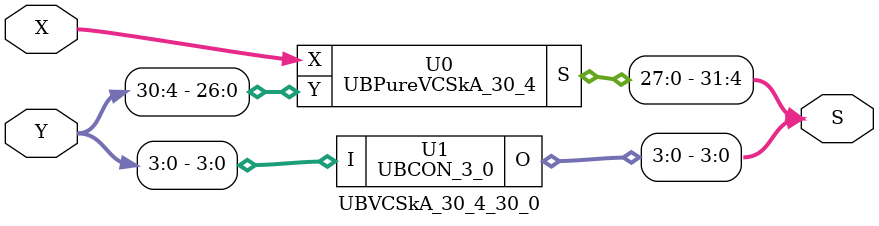
<source format=v>
/*----------------------------------------------------------------------------
  Copyright (c) 2021 Homma laboratory. All rights reserved.

  Top module: Multiplier_13_0_1000

  Number system: Unsigned binary
  Multiplicand length: 14
  Multiplier length: 14
  Partial product generation: PPG with Radix-4 modified Booth recoding
  Partial product accumulation: Overturned-stairs tree
  Final stage addition: Carry-skip adder (variable-block-size)
----------------------------------------------------------------------------*/

module NUBZero_14_14(O);
  output [14:14] O;
  assign O[14] = 0;
endmodule

module R4BEEL_0_2(O_ds, O_d1, O_d0, I2, I1);
  output O_ds, O_d1, O_d0;
  input I1;
  input I2;
  assign O_d0 = I1;
  assign O_d1 = I2 & ( ~ I1 );
  assign O_ds = I2;
endmodule

module R4BEE_1(O_ds, O_d1, O_d0, I2, I1, I0);
  output O_ds, O_d1, O_d0;
  input I0;
  input I1;
  input I2;
  assign O_d0 = I1 ^ I0;
  assign O_d1 = ( I2 ^ I1 ) & ( ~ ( I1 ^ I0 ) );
  assign O_ds = I2;
endmodule

module R4BEE_2(O_ds, O_d1, O_d0, I2, I1, I0);
  output O_ds, O_d1, O_d0;
  input I0;
  input I1;
  input I2;
  assign O_d0 = I1 ^ I0;
  assign O_d1 = ( I2 ^ I1 ) & ( ~ ( I1 ^ I0 ) );
  assign O_ds = I2;
endmodule

module R4BEE_3(O_ds, O_d1, O_d0, I2, I1, I0);
  output O_ds, O_d1, O_d0;
  input I0;
  input I1;
  input I2;
  assign O_d0 = I1 ^ I0;
  assign O_d1 = ( I2 ^ I1 ) & ( ~ ( I1 ^ I0 ) );
  assign O_ds = I2;
endmodule

module R4BEE_4(O_ds, O_d1, O_d0, I2, I1, I0);
  output O_ds, O_d1, O_d0;
  input I0;
  input I1;
  input I2;
  assign O_d0 = I1 ^ I0;
  assign O_d1 = ( I2 ^ I1 ) & ( ~ ( I1 ^ I0 ) );
  assign O_ds = I2;
endmodule

module R4BEE_5(O_ds, O_d1, O_d0, I2, I1, I0);
  output O_ds, O_d1, O_d0;
  input I0;
  input I1;
  input I2;
  assign O_d0 = I1 ^ I0;
  assign O_d1 = ( I2 ^ I1 ) & ( ~ ( I1 ^ I0 ) );
  assign O_ds = I2;
endmodule

module R4BEE_6(O_ds, O_d1, O_d0, I2, I1, I0);
  output O_ds, O_d1, O_d0;
  input I0;
  input I1;
  input I2;
  assign O_d0 = I1 ^ I0;
  assign O_d1 = ( I2 ^ I1 ) & ( ~ ( I1 ^ I0 ) );
  assign O_ds = I2;
endmodule

module R4BEEH_7_2(O_ds, O_d1, O_d0, I1, I0);
  output O_ds, O_d1, O_d0;
  input I0;
  input I1;
  assign O_d0 = I1 ^ I0;
  assign O_d1 = 0;
  assign O_ds = I1;
endmodule

module SD41DDECON_0(S, U_d1, U_d0, I_ds, I_d1, I_d0);
  output S;
  output U_d1, U_d0;
  input I_ds, I_d1, I_d0;
  assign S = I_ds;
  assign U_d0 = I_d0;
  assign U_d1 = I_d1;
endmodule

module U4DPPGL_0_0(Po, O, I, U_d1, U_d0);
  output O;
  output Po;
  input I;
  input U_d1, U_d0;
  assign O = I & U_d0;
  assign Po = I & U_d1;
endmodule

module U4DPPG_1_0(Po, O, I, U_d1, U_d0, Pi);
  output O;
  output Po;
  input I;
  input Pi;
  input U_d1, U_d0;
  assign O = ( I & U_d0 ) | Pi;
  assign Po = I & U_d1;
endmodule

module U4DPPG_2_0(Po, O, I, U_d1, U_d0, Pi);
  output O;
  output Po;
  input I;
  input Pi;
  input U_d1, U_d0;
  assign O = ( I & U_d0 ) | Pi;
  assign Po = I & U_d1;
endmodule

module U4DPPG_3_0(Po, O, I, U_d1, U_d0, Pi);
  output O;
  output Po;
  input I;
  input Pi;
  input U_d1, U_d0;
  assign O = ( I & U_d0 ) | Pi;
  assign Po = I & U_d1;
endmodule

module U4DPPG_4_0(Po, O, I, U_d1, U_d0, Pi);
  output O;
  output Po;
  input I;
  input Pi;
  input U_d1, U_d0;
  assign O = ( I & U_d0 ) | Pi;
  assign Po = I & U_d1;
endmodule

module U4DPPG_5_0(Po, O, I, U_d1, U_d0, Pi);
  output O;
  output Po;
  input I;
  input Pi;
  input U_d1, U_d0;
  assign O = ( I & U_d0 ) | Pi;
  assign Po = I & U_d1;
endmodule

module U4DPPG_6_0(Po, O, I, U_d1, U_d0, Pi);
  output O;
  output Po;
  input I;
  input Pi;
  input U_d1, U_d0;
  assign O = ( I & U_d0 ) | Pi;
  assign Po = I & U_d1;
endmodule

module U4DPPG_7_0(Po, O, I, U_d1, U_d0, Pi);
  output O;
  output Po;
  input I;
  input Pi;
  input U_d1, U_d0;
  assign O = ( I & U_d0 ) | Pi;
  assign Po = I & U_d1;
endmodule

module U4DPPG_8_0(Po, O, I, U_d1, U_d0, Pi);
  output O;
  output Po;
  input I;
  input Pi;
  input U_d1, U_d0;
  assign O = ( I & U_d0 ) | Pi;
  assign Po = I & U_d1;
endmodule

module U4DPPG_9_0(Po, O, I, U_d1, U_d0, Pi);
  output O;
  output Po;
  input I;
  input Pi;
  input U_d1, U_d0;
  assign O = ( I & U_d0 ) | Pi;
  assign Po = I & U_d1;
endmodule

module U4DPPG_10_0(Po, O, I, U_d1, U_d0, Pi);
  output O;
  output Po;
  input I;
  input Pi;
  input U_d1, U_d0;
  assign O = ( I & U_d0 ) | Pi;
  assign Po = I & U_d1;
endmodule

module U4DPPG_11_0(Po, O, I, U_d1, U_d0, Pi);
  output O;
  output Po;
  input I;
  input Pi;
  input U_d1, U_d0;
  assign O = ( I & U_d0 ) | Pi;
  assign Po = I & U_d1;
endmodule

module U4DPPG_12_0(Po, O, I, U_d1, U_d0, Pi);
  output O;
  output Po;
  input I;
  input Pi;
  input U_d1, U_d0;
  assign O = ( I & U_d0 ) | Pi;
  assign Po = I & U_d1;
endmodule

module U4DPPG_13_0(Po, O, I, U_d1, U_d0, Pi);
  output O;
  output Po;
  input I;
  input Pi;
  input U_d1, U_d0;
  assign O = ( I & U_d0 ) | Pi;
  assign Po = I & U_d1;
endmodule

module U4DPPGH_14_0(Po, O, I, U_d1, U_d0, Pi);
  output O;
  output Po;
  input I;
  input Pi;
  input U_d1, U_d0;
  assign O = ( I & U_d0 ) | Pi;
  assign Po = I & ( U_d1 | U_d0 );
endmodule

module BWCPP_0(O, I, S);
  output O;
  input I;
  input S;
  assign O = S ^ I;
endmodule

module BWCPP_1(O, I, S);
  output O;
  input I;
  input S;
  assign O = S ^ I;
endmodule

module BWCPP_2(O, I, S);
  output O;
  input I;
  input S;
  assign O = S ^ I;
endmodule

module BWCPP_3(O, I, S);
  output O;
  input I;
  input S;
  assign O = S ^ I;
endmodule

module BWCPP_4(O, I, S);
  output O;
  input I;
  input S;
  assign O = S ^ I;
endmodule

module BWCPP_5(O, I, S);
  output O;
  input I;
  input S;
  assign O = S ^ I;
endmodule

module BWCPP_6(O, I, S);
  output O;
  input I;
  input S;
  assign O = S ^ I;
endmodule

module BWCPP_7(O, I, S);
  output O;
  input I;
  input S;
  assign O = S ^ I;
endmodule

module BWCPP_8(O, I, S);
  output O;
  input I;
  input S;
  assign O = S ^ I;
endmodule

module BWCPP_9(O, I, S);
  output O;
  input I;
  input S;
  assign O = S ^ I;
endmodule

module BWCPP_10(O, I, S);
  output O;
  input I;
  input S;
  assign O = S ^ I;
endmodule

module BWCPP_11(O, I, S);
  output O;
  input I;
  input S;
  assign O = S ^ I;
endmodule

module BWCPP_12(O, I, S);
  output O;
  input I;
  input S;
  assign O = S ^ I;
endmodule

module BWCPP_13(O, I, S);
  output O;
  input I;
  input S;
  assign O = S ^ I;
endmodule

module BWCPP_14(O, I, S);
  output O;
  input I;
  input S;
  assign O = S ^ I;
endmodule

module BWCNP_15(O, I, S);
  output O;
  input I;
  input S;
  assign O = ( ~ S ) ^ I;
endmodule

module UBBBG_0(O, S);
  output O;
  input S;
  assign O = S;
endmodule

module SD41DDECON_1(S, U_d1, U_d0, I_ds, I_d1, I_d0);
  output S;
  output U_d1, U_d0;
  input I_ds, I_d1, I_d0;
  assign S = I_ds;
  assign U_d0 = I_d0;
  assign U_d1 = I_d1;
endmodule

module U4DPPGL_0_1(Po, O, I, U_d1, U_d0);
  output O;
  output Po;
  input I;
  input U_d1, U_d0;
  assign O = I & U_d0;
  assign Po = I & U_d1;
endmodule

module U4DPPG_1_1(Po, O, I, U_d1, U_d0, Pi);
  output O;
  output Po;
  input I;
  input Pi;
  input U_d1, U_d0;
  assign O = ( I & U_d0 ) | Pi;
  assign Po = I & U_d1;
endmodule

module U4DPPG_2_1(Po, O, I, U_d1, U_d0, Pi);
  output O;
  output Po;
  input I;
  input Pi;
  input U_d1, U_d0;
  assign O = ( I & U_d0 ) | Pi;
  assign Po = I & U_d1;
endmodule

module U4DPPG_3_1(Po, O, I, U_d1, U_d0, Pi);
  output O;
  output Po;
  input I;
  input Pi;
  input U_d1, U_d0;
  assign O = ( I & U_d0 ) | Pi;
  assign Po = I & U_d1;
endmodule

module U4DPPG_4_1(Po, O, I, U_d1, U_d0, Pi);
  output O;
  output Po;
  input I;
  input Pi;
  input U_d1, U_d0;
  assign O = ( I & U_d0 ) | Pi;
  assign Po = I & U_d1;
endmodule

module U4DPPG_5_1(Po, O, I, U_d1, U_d0, Pi);
  output O;
  output Po;
  input I;
  input Pi;
  input U_d1, U_d0;
  assign O = ( I & U_d0 ) | Pi;
  assign Po = I & U_d1;
endmodule

module U4DPPG_6_1(Po, O, I, U_d1, U_d0, Pi);
  output O;
  output Po;
  input I;
  input Pi;
  input U_d1, U_d0;
  assign O = ( I & U_d0 ) | Pi;
  assign Po = I & U_d1;
endmodule

module U4DPPG_7_1(Po, O, I, U_d1, U_d0, Pi);
  output O;
  output Po;
  input I;
  input Pi;
  input U_d1, U_d0;
  assign O = ( I & U_d0 ) | Pi;
  assign Po = I & U_d1;
endmodule

module U4DPPG_8_1(Po, O, I, U_d1, U_d0, Pi);
  output O;
  output Po;
  input I;
  input Pi;
  input U_d1, U_d0;
  assign O = ( I & U_d0 ) | Pi;
  assign Po = I & U_d1;
endmodule

module U4DPPG_9_1(Po, O, I, U_d1, U_d0, Pi);
  output O;
  output Po;
  input I;
  input Pi;
  input U_d1, U_d0;
  assign O = ( I & U_d0 ) | Pi;
  assign Po = I & U_d1;
endmodule

module U4DPPG_10_1(Po, O, I, U_d1, U_d0, Pi);
  output O;
  output Po;
  input I;
  input Pi;
  input U_d1, U_d0;
  assign O = ( I & U_d0 ) | Pi;
  assign Po = I & U_d1;
endmodule

module U4DPPG_11_1(Po, O, I, U_d1, U_d0, Pi);
  output O;
  output Po;
  input I;
  input Pi;
  input U_d1, U_d0;
  assign O = ( I & U_d0 ) | Pi;
  assign Po = I & U_d1;
endmodule

module U4DPPG_12_1(Po, O, I, U_d1, U_d0, Pi);
  output O;
  output Po;
  input I;
  input Pi;
  input U_d1, U_d0;
  assign O = ( I & U_d0 ) | Pi;
  assign Po = I & U_d1;
endmodule

module U4DPPG_13_1(Po, O, I, U_d1, U_d0, Pi);
  output O;
  output Po;
  input I;
  input Pi;
  input U_d1, U_d0;
  assign O = ( I & U_d0 ) | Pi;
  assign Po = I & U_d1;
endmodule

module U4DPPGH_14_1(Po, O, I, U_d1, U_d0, Pi);
  output O;
  output Po;
  input I;
  input Pi;
  input U_d1, U_d0;
  assign O = ( I & U_d0 ) | Pi;
  assign Po = I & ( U_d1 | U_d0 );
endmodule

module BWCPP_15(O, I, S);
  output O;
  input I;
  input S;
  assign O = S ^ I;
endmodule

module BWCPP_16(O, I, S);
  output O;
  input I;
  input S;
  assign O = S ^ I;
endmodule

module BWCNP_17(O, I, S);
  output O;
  input I;
  input S;
  assign O = ( ~ S ) ^ I;
endmodule

module UBBBG_2(O, S);
  output O;
  input S;
  assign O = S;
endmodule

module SD41DDECON_2(S, U_d1, U_d0, I_ds, I_d1, I_d0);
  output S;
  output U_d1, U_d0;
  input I_ds, I_d1, I_d0;
  assign S = I_ds;
  assign U_d0 = I_d0;
  assign U_d1 = I_d1;
endmodule

module U4DPPGL_0_2(Po, O, I, U_d1, U_d0);
  output O;
  output Po;
  input I;
  input U_d1, U_d0;
  assign O = I & U_d0;
  assign Po = I & U_d1;
endmodule

module U4DPPG_1_2(Po, O, I, U_d1, U_d0, Pi);
  output O;
  output Po;
  input I;
  input Pi;
  input U_d1, U_d0;
  assign O = ( I & U_d0 ) | Pi;
  assign Po = I & U_d1;
endmodule

module U4DPPG_2_2(Po, O, I, U_d1, U_d0, Pi);
  output O;
  output Po;
  input I;
  input Pi;
  input U_d1, U_d0;
  assign O = ( I & U_d0 ) | Pi;
  assign Po = I & U_d1;
endmodule

module U4DPPG_3_2(Po, O, I, U_d1, U_d0, Pi);
  output O;
  output Po;
  input I;
  input Pi;
  input U_d1, U_d0;
  assign O = ( I & U_d0 ) | Pi;
  assign Po = I & U_d1;
endmodule

module U4DPPG_4_2(Po, O, I, U_d1, U_d0, Pi);
  output O;
  output Po;
  input I;
  input Pi;
  input U_d1, U_d0;
  assign O = ( I & U_d0 ) | Pi;
  assign Po = I & U_d1;
endmodule

module U4DPPG_5_2(Po, O, I, U_d1, U_d0, Pi);
  output O;
  output Po;
  input I;
  input Pi;
  input U_d1, U_d0;
  assign O = ( I & U_d0 ) | Pi;
  assign Po = I & U_d1;
endmodule

module U4DPPG_6_2(Po, O, I, U_d1, U_d0, Pi);
  output O;
  output Po;
  input I;
  input Pi;
  input U_d1, U_d0;
  assign O = ( I & U_d0 ) | Pi;
  assign Po = I & U_d1;
endmodule

module U4DPPG_7_2(Po, O, I, U_d1, U_d0, Pi);
  output O;
  output Po;
  input I;
  input Pi;
  input U_d1, U_d0;
  assign O = ( I & U_d0 ) | Pi;
  assign Po = I & U_d1;
endmodule

module U4DPPG_8_2(Po, O, I, U_d1, U_d0, Pi);
  output O;
  output Po;
  input I;
  input Pi;
  input U_d1, U_d0;
  assign O = ( I & U_d0 ) | Pi;
  assign Po = I & U_d1;
endmodule

module U4DPPG_9_2(Po, O, I, U_d1, U_d0, Pi);
  output O;
  output Po;
  input I;
  input Pi;
  input U_d1, U_d0;
  assign O = ( I & U_d0 ) | Pi;
  assign Po = I & U_d1;
endmodule

module U4DPPG_10_2(Po, O, I, U_d1, U_d0, Pi);
  output O;
  output Po;
  input I;
  input Pi;
  input U_d1, U_d0;
  assign O = ( I & U_d0 ) | Pi;
  assign Po = I & U_d1;
endmodule

module U4DPPG_11_2(Po, O, I, U_d1, U_d0, Pi);
  output O;
  output Po;
  input I;
  input Pi;
  input U_d1, U_d0;
  assign O = ( I & U_d0 ) | Pi;
  assign Po = I & U_d1;
endmodule

module U4DPPG_12_2(Po, O, I, U_d1, U_d0, Pi);
  output O;
  output Po;
  input I;
  input Pi;
  input U_d1, U_d0;
  assign O = ( I & U_d0 ) | Pi;
  assign Po = I & U_d1;
endmodule

module U4DPPG_13_2(Po, O, I, U_d1, U_d0, Pi);
  output O;
  output Po;
  input I;
  input Pi;
  input U_d1, U_d0;
  assign O = ( I & U_d0 ) | Pi;
  assign Po = I & U_d1;
endmodule

module U4DPPGH_14_2(Po, O, I, U_d1, U_d0, Pi);
  output O;
  output Po;
  input I;
  input Pi;
  input U_d1, U_d0;
  assign O = ( I & U_d0 ) | Pi;
  assign Po = I & ( U_d1 | U_d0 );
endmodule

module BWCPP_17(O, I, S);
  output O;
  input I;
  input S;
  assign O = S ^ I;
endmodule

module BWCPP_18(O, I, S);
  output O;
  input I;
  input S;
  assign O = S ^ I;
endmodule

module BWCNP_19(O, I, S);
  output O;
  input I;
  input S;
  assign O = ( ~ S ) ^ I;
endmodule

module UBBBG_4(O, S);
  output O;
  input S;
  assign O = S;
endmodule

module SD41DDECON_3(S, U_d1, U_d0, I_ds, I_d1, I_d0);
  output S;
  output U_d1, U_d0;
  input I_ds, I_d1, I_d0;
  assign S = I_ds;
  assign U_d0 = I_d0;
  assign U_d1 = I_d1;
endmodule

module U4DPPGL_0_3(Po, O, I, U_d1, U_d0);
  output O;
  output Po;
  input I;
  input U_d1, U_d0;
  assign O = I & U_d0;
  assign Po = I & U_d1;
endmodule

module U4DPPG_1_3(Po, O, I, U_d1, U_d0, Pi);
  output O;
  output Po;
  input I;
  input Pi;
  input U_d1, U_d0;
  assign O = ( I & U_d0 ) | Pi;
  assign Po = I & U_d1;
endmodule

module U4DPPG_2_3(Po, O, I, U_d1, U_d0, Pi);
  output O;
  output Po;
  input I;
  input Pi;
  input U_d1, U_d0;
  assign O = ( I & U_d0 ) | Pi;
  assign Po = I & U_d1;
endmodule

module U4DPPG_3_3(Po, O, I, U_d1, U_d0, Pi);
  output O;
  output Po;
  input I;
  input Pi;
  input U_d1, U_d0;
  assign O = ( I & U_d0 ) | Pi;
  assign Po = I & U_d1;
endmodule

module U4DPPG_4_3(Po, O, I, U_d1, U_d0, Pi);
  output O;
  output Po;
  input I;
  input Pi;
  input U_d1, U_d0;
  assign O = ( I & U_d0 ) | Pi;
  assign Po = I & U_d1;
endmodule

module U4DPPG_5_3(Po, O, I, U_d1, U_d0, Pi);
  output O;
  output Po;
  input I;
  input Pi;
  input U_d1, U_d0;
  assign O = ( I & U_d0 ) | Pi;
  assign Po = I & U_d1;
endmodule

module U4DPPG_6_3(Po, O, I, U_d1, U_d0, Pi);
  output O;
  output Po;
  input I;
  input Pi;
  input U_d1, U_d0;
  assign O = ( I & U_d0 ) | Pi;
  assign Po = I & U_d1;
endmodule

module U4DPPG_7_3(Po, O, I, U_d1, U_d0, Pi);
  output O;
  output Po;
  input I;
  input Pi;
  input U_d1, U_d0;
  assign O = ( I & U_d0 ) | Pi;
  assign Po = I & U_d1;
endmodule

module U4DPPG_8_3(Po, O, I, U_d1, U_d0, Pi);
  output O;
  output Po;
  input I;
  input Pi;
  input U_d1, U_d0;
  assign O = ( I & U_d0 ) | Pi;
  assign Po = I & U_d1;
endmodule

module U4DPPG_9_3(Po, O, I, U_d1, U_d0, Pi);
  output O;
  output Po;
  input I;
  input Pi;
  input U_d1, U_d0;
  assign O = ( I & U_d0 ) | Pi;
  assign Po = I & U_d1;
endmodule

module U4DPPG_10_3(Po, O, I, U_d1, U_d0, Pi);
  output O;
  output Po;
  input I;
  input Pi;
  input U_d1, U_d0;
  assign O = ( I & U_d0 ) | Pi;
  assign Po = I & U_d1;
endmodule

module U4DPPG_11_3(Po, O, I, U_d1, U_d0, Pi);
  output O;
  output Po;
  input I;
  input Pi;
  input U_d1, U_d0;
  assign O = ( I & U_d0 ) | Pi;
  assign Po = I & U_d1;
endmodule

module U4DPPG_12_3(Po, O, I, U_d1, U_d0, Pi);
  output O;
  output Po;
  input I;
  input Pi;
  input U_d1, U_d0;
  assign O = ( I & U_d0 ) | Pi;
  assign Po = I & U_d1;
endmodule

module U4DPPG_13_3(Po, O, I, U_d1, U_d0, Pi);
  output O;
  output Po;
  input I;
  input Pi;
  input U_d1, U_d0;
  assign O = ( I & U_d0 ) | Pi;
  assign Po = I & U_d1;
endmodule

module U4DPPGH_14_3(Po, O, I, U_d1, U_d0, Pi);
  output O;
  output Po;
  input I;
  input Pi;
  input U_d1, U_d0;
  assign O = ( I & U_d0 ) | Pi;
  assign Po = I & ( U_d1 | U_d0 );
endmodule

module BWCPP_19(O, I, S);
  output O;
  input I;
  input S;
  assign O = S ^ I;
endmodule

module BWCPP_20(O, I, S);
  output O;
  input I;
  input S;
  assign O = S ^ I;
endmodule

module BWCNP_21(O, I, S);
  output O;
  input I;
  input S;
  assign O = ( ~ S ) ^ I;
endmodule

module UBBBG_6(O, S);
  output O;
  input S;
  assign O = S;
endmodule

module SD41DDECON_4(S, U_d1, U_d0, I_ds, I_d1, I_d0);
  output S;
  output U_d1, U_d0;
  input I_ds, I_d1, I_d0;
  assign S = I_ds;
  assign U_d0 = I_d0;
  assign U_d1 = I_d1;
endmodule

module U4DPPGL_0_4(Po, O, I, U_d1, U_d0);
  output O;
  output Po;
  input I;
  input U_d1, U_d0;
  assign O = I & U_d0;
  assign Po = I & U_d1;
endmodule

module U4DPPG_1_4(Po, O, I, U_d1, U_d0, Pi);
  output O;
  output Po;
  input I;
  input Pi;
  input U_d1, U_d0;
  assign O = ( I & U_d0 ) | Pi;
  assign Po = I & U_d1;
endmodule

module U4DPPG_2_4(Po, O, I, U_d1, U_d0, Pi);
  output O;
  output Po;
  input I;
  input Pi;
  input U_d1, U_d0;
  assign O = ( I & U_d0 ) | Pi;
  assign Po = I & U_d1;
endmodule

module U4DPPG_3_4(Po, O, I, U_d1, U_d0, Pi);
  output O;
  output Po;
  input I;
  input Pi;
  input U_d1, U_d0;
  assign O = ( I & U_d0 ) | Pi;
  assign Po = I & U_d1;
endmodule

module U4DPPG_4_4(Po, O, I, U_d1, U_d0, Pi);
  output O;
  output Po;
  input I;
  input Pi;
  input U_d1, U_d0;
  assign O = ( I & U_d0 ) | Pi;
  assign Po = I & U_d1;
endmodule

module U4DPPG_5_4(Po, O, I, U_d1, U_d0, Pi);
  output O;
  output Po;
  input I;
  input Pi;
  input U_d1, U_d0;
  assign O = ( I & U_d0 ) | Pi;
  assign Po = I & U_d1;
endmodule

module U4DPPG_6_4(Po, O, I, U_d1, U_d0, Pi);
  output O;
  output Po;
  input I;
  input Pi;
  input U_d1, U_d0;
  assign O = ( I & U_d0 ) | Pi;
  assign Po = I & U_d1;
endmodule

module U4DPPG_7_4(Po, O, I, U_d1, U_d0, Pi);
  output O;
  output Po;
  input I;
  input Pi;
  input U_d1, U_d0;
  assign O = ( I & U_d0 ) | Pi;
  assign Po = I & U_d1;
endmodule

module U4DPPG_8_4(Po, O, I, U_d1, U_d0, Pi);
  output O;
  output Po;
  input I;
  input Pi;
  input U_d1, U_d0;
  assign O = ( I & U_d0 ) | Pi;
  assign Po = I & U_d1;
endmodule

module U4DPPG_9_4(Po, O, I, U_d1, U_d0, Pi);
  output O;
  output Po;
  input I;
  input Pi;
  input U_d1, U_d0;
  assign O = ( I & U_d0 ) | Pi;
  assign Po = I & U_d1;
endmodule

module U4DPPG_10_4(Po, O, I, U_d1, U_d0, Pi);
  output O;
  output Po;
  input I;
  input Pi;
  input U_d1, U_d0;
  assign O = ( I & U_d0 ) | Pi;
  assign Po = I & U_d1;
endmodule

module U4DPPG_11_4(Po, O, I, U_d1, U_d0, Pi);
  output O;
  output Po;
  input I;
  input Pi;
  input U_d1, U_d0;
  assign O = ( I & U_d0 ) | Pi;
  assign Po = I & U_d1;
endmodule

module U4DPPG_12_4(Po, O, I, U_d1, U_d0, Pi);
  output O;
  output Po;
  input I;
  input Pi;
  input U_d1, U_d0;
  assign O = ( I & U_d0 ) | Pi;
  assign Po = I & U_d1;
endmodule

module U4DPPG_13_4(Po, O, I, U_d1, U_d0, Pi);
  output O;
  output Po;
  input I;
  input Pi;
  input U_d1, U_d0;
  assign O = ( I & U_d0 ) | Pi;
  assign Po = I & U_d1;
endmodule

module U4DPPGH_14_4(Po, O, I, U_d1, U_d0, Pi);
  output O;
  output Po;
  input I;
  input Pi;
  input U_d1, U_d0;
  assign O = ( I & U_d0 ) | Pi;
  assign Po = I & ( U_d1 | U_d0 );
endmodule

module BWCPP_21(O, I, S);
  output O;
  input I;
  input S;
  assign O = S ^ I;
endmodule

module BWCPP_22(O, I, S);
  output O;
  input I;
  input S;
  assign O = S ^ I;
endmodule

module BWCNP_23(O, I, S);
  output O;
  input I;
  input S;
  assign O = ( ~ S ) ^ I;
endmodule

module UBBBG_8(O, S);
  output O;
  input S;
  assign O = S;
endmodule

module SD41DDECON_5(S, U_d1, U_d0, I_ds, I_d1, I_d0);
  output S;
  output U_d1, U_d0;
  input I_ds, I_d1, I_d0;
  assign S = I_ds;
  assign U_d0 = I_d0;
  assign U_d1 = I_d1;
endmodule

module U4DPPGL_0_5(Po, O, I, U_d1, U_d0);
  output O;
  output Po;
  input I;
  input U_d1, U_d0;
  assign O = I & U_d0;
  assign Po = I & U_d1;
endmodule

module U4DPPG_1_5(Po, O, I, U_d1, U_d0, Pi);
  output O;
  output Po;
  input I;
  input Pi;
  input U_d1, U_d0;
  assign O = ( I & U_d0 ) | Pi;
  assign Po = I & U_d1;
endmodule

module U4DPPG_2_5(Po, O, I, U_d1, U_d0, Pi);
  output O;
  output Po;
  input I;
  input Pi;
  input U_d1, U_d0;
  assign O = ( I & U_d0 ) | Pi;
  assign Po = I & U_d1;
endmodule

module U4DPPG_3_5(Po, O, I, U_d1, U_d0, Pi);
  output O;
  output Po;
  input I;
  input Pi;
  input U_d1, U_d0;
  assign O = ( I & U_d0 ) | Pi;
  assign Po = I & U_d1;
endmodule

module U4DPPG_4_5(Po, O, I, U_d1, U_d0, Pi);
  output O;
  output Po;
  input I;
  input Pi;
  input U_d1, U_d0;
  assign O = ( I & U_d0 ) | Pi;
  assign Po = I & U_d1;
endmodule

module U4DPPG_5_5(Po, O, I, U_d1, U_d0, Pi);
  output O;
  output Po;
  input I;
  input Pi;
  input U_d1, U_d0;
  assign O = ( I & U_d0 ) | Pi;
  assign Po = I & U_d1;
endmodule

module U4DPPG_6_5(Po, O, I, U_d1, U_d0, Pi);
  output O;
  output Po;
  input I;
  input Pi;
  input U_d1, U_d0;
  assign O = ( I & U_d0 ) | Pi;
  assign Po = I & U_d1;
endmodule

module U4DPPG_7_5(Po, O, I, U_d1, U_d0, Pi);
  output O;
  output Po;
  input I;
  input Pi;
  input U_d1, U_d0;
  assign O = ( I & U_d0 ) | Pi;
  assign Po = I & U_d1;
endmodule

module U4DPPG_8_5(Po, O, I, U_d1, U_d0, Pi);
  output O;
  output Po;
  input I;
  input Pi;
  input U_d1, U_d0;
  assign O = ( I & U_d0 ) | Pi;
  assign Po = I & U_d1;
endmodule

module U4DPPG_9_5(Po, O, I, U_d1, U_d0, Pi);
  output O;
  output Po;
  input I;
  input Pi;
  input U_d1, U_d0;
  assign O = ( I & U_d0 ) | Pi;
  assign Po = I & U_d1;
endmodule

module U4DPPG_10_5(Po, O, I, U_d1, U_d0, Pi);
  output O;
  output Po;
  input I;
  input Pi;
  input U_d1, U_d0;
  assign O = ( I & U_d0 ) | Pi;
  assign Po = I & U_d1;
endmodule

module U4DPPG_11_5(Po, O, I, U_d1, U_d0, Pi);
  output O;
  output Po;
  input I;
  input Pi;
  input U_d1, U_d0;
  assign O = ( I & U_d0 ) | Pi;
  assign Po = I & U_d1;
endmodule

module U4DPPG_12_5(Po, O, I, U_d1, U_d0, Pi);
  output O;
  output Po;
  input I;
  input Pi;
  input U_d1, U_d0;
  assign O = ( I & U_d0 ) | Pi;
  assign Po = I & U_d1;
endmodule

module U4DPPG_13_5(Po, O, I, U_d1, U_d0, Pi);
  output O;
  output Po;
  input I;
  input Pi;
  input U_d1, U_d0;
  assign O = ( I & U_d0 ) | Pi;
  assign Po = I & U_d1;
endmodule

module U4DPPGH_14_5(Po, O, I, U_d1, U_d0, Pi);
  output O;
  output Po;
  input I;
  input Pi;
  input U_d1, U_d0;
  assign O = ( I & U_d0 ) | Pi;
  assign Po = I & ( U_d1 | U_d0 );
endmodule

module BWCPP_23(O, I, S);
  output O;
  input I;
  input S;
  assign O = S ^ I;
endmodule

module BWCPP_24(O, I, S);
  output O;
  input I;
  input S;
  assign O = S ^ I;
endmodule

module BWCNP_25(O, I, S);
  output O;
  input I;
  input S;
  assign O = ( ~ S ) ^ I;
endmodule

module UBBBG_10(O, S);
  output O;
  input S;
  assign O = S;
endmodule

module SD41DDECON_6(S, U_d1, U_d0, I_ds, I_d1, I_d0);
  output S;
  output U_d1, U_d0;
  input I_ds, I_d1, I_d0;
  assign S = I_ds;
  assign U_d0 = I_d0;
  assign U_d1 = I_d1;
endmodule

module U4DPPGL_0_6(Po, O, I, U_d1, U_d0);
  output O;
  output Po;
  input I;
  input U_d1, U_d0;
  assign O = I & U_d0;
  assign Po = I & U_d1;
endmodule

module U4DPPG_1_6(Po, O, I, U_d1, U_d0, Pi);
  output O;
  output Po;
  input I;
  input Pi;
  input U_d1, U_d0;
  assign O = ( I & U_d0 ) | Pi;
  assign Po = I & U_d1;
endmodule

module U4DPPG_2_6(Po, O, I, U_d1, U_d0, Pi);
  output O;
  output Po;
  input I;
  input Pi;
  input U_d1, U_d0;
  assign O = ( I & U_d0 ) | Pi;
  assign Po = I & U_d1;
endmodule

module U4DPPG_3_6(Po, O, I, U_d1, U_d0, Pi);
  output O;
  output Po;
  input I;
  input Pi;
  input U_d1, U_d0;
  assign O = ( I & U_d0 ) | Pi;
  assign Po = I & U_d1;
endmodule

module U4DPPG_4_6(Po, O, I, U_d1, U_d0, Pi);
  output O;
  output Po;
  input I;
  input Pi;
  input U_d1, U_d0;
  assign O = ( I & U_d0 ) | Pi;
  assign Po = I & U_d1;
endmodule

module U4DPPG_5_6(Po, O, I, U_d1, U_d0, Pi);
  output O;
  output Po;
  input I;
  input Pi;
  input U_d1, U_d0;
  assign O = ( I & U_d0 ) | Pi;
  assign Po = I & U_d1;
endmodule

module U4DPPG_6_6(Po, O, I, U_d1, U_d0, Pi);
  output O;
  output Po;
  input I;
  input Pi;
  input U_d1, U_d0;
  assign O = ( I & U_d0 ) | Pi;
  assign Po = I & U_d1;
endmodule

module U4DPPG_7_6(Po, O, I, U_d1, U_d0, Pi);
  output O;
  output Po;
  input I;
  input Pi;
  input U_d1, U_d0;
  assign O = ( I & U_d0 ) | Pi;
  assign Po = I & U_d1;
endmodule

module U4DPPG_8_6(Po, O, I, U_d1, U_d0, Pi);
  output O;
  output Po;
  input I;
  input Pi;
  input U_d1, U_d0;
  assign O = ( I & U_d0 ) | Pi;
  assign Po = I & U_d1;
endmodule

module U4DPPG_9_6(Po, O, I, U_d1, U_d0, Pi);
  output O;
  output Po;
  input I;
  input Pi;
  input U_d1, U_d0;
  assign O = ( I & U_d0 ) | Pi;
  assign Po = I & U_d1;
endmodule

module U4DPPG_10_6(Po, O, I, U_d1, U_d0, Pi);
  output O;
  output Po;
  input I;
  input Pi;
  input U_d1, U_d0;
  assign O = ( I & U_d0 ) | Pi;
  assign Po = I & U_d1;
endmodule

module U4DPPG_11_6(Po, O, I, U_d1, U_d0, Pi);
  output O;
  output Po;
  input I;
  input Pi;
  input U_d1, U_d0;
  assign O = ( I & U_d0 ) | Pi;
  assign Po = I & U_d1;
endmodule

module U4DPPG_12_6(Po, O, I, U_d1, U_d0, Pi);
  output O;
  output Po;
  input I;
  input Pi;
  input U_d1, U_d0;
  assign O = ( I & U_d0 ) | Pi;
  assign Po = I & U_d1;
endmodule

module U4DPPG_13_6(Po, O, I, U_d1, U_d0, Pi);
  output O;
  output Po;
  input I;
  input Pi;
  input U_d1, U_d0;
  assign O = ( I & U_d0 ) | Pi;
  assign Po = I & U_d1;
endmodule

module U4DPPGH_14_6(Po, O, I, U_d1, U_d0, Pi);
  output O;
  output Po;
  input I;
  input Pi;
  input U_d1, U_d0;
  assign O = ( I & U_d0 ) | Pi;
  assign Po = I & ( U_d1 | U_d0 );
endmodule

module BWCPP_25(O, I, S);
  output O;
  input I;
  input S;
  assign O = S ^ I;
endmodule

module BWCPP_26(O, I, S);
  output O;
  input I;
  input S;
  assign O = S ^ I;
endmodule

module BWCNP_27(O, I, S);
  output O;
  input I;
  input S;
  assign O = ( ~ S ) ^ I;
endmodule

module UBBBG_12(O, S);
  output O;
  input S;
  assign O = S;
endmodule

module SD41DDECON_7(S, U_d1, U_d0, I_ds, I_d1, I_d0);
  output S;
  output U_d1, U_d0;
  input I_ds, I_d1, I_d0;
  assign S = I_ds;
  assign U_d0 = I_d0;
  assign U_d1 = I_d1;
endmodule

module U4DPPGL_0_7(Po, O, I, U_d1, U_d0);
  output O;
  output Po;
  input I;
  input U_d1, U_d0;
  assign O = I & U_d0;
  assign Po = I & U_d1;
endmodule

module U4DPPG_1_7(Po, O, I, U_d1, U_d0, Pi);
  output O;
  output Po;
  input I;
  input Pi;
  input U_d1, U_d0;
  assign O = ( I & U_d0 ) | Pi;
  assign Po = I & U_d1;
endmodule

module U4DPPG_2_7(Po, O, I, U_d1, U_d0, Pi);
  output O;
  output Po;
  input I;
  input Pi;
  input U_d1, U_d0;
  assign O = ( I & U_d0 ) | Pi;
  assign Po = I & U_d1;
endmodule

module U4DPPG_3_7(Po, O, I, U_d1, U_d0, Pi);
  output O;
  output Po;
  input I;
  input Pi;
  input U_d1, U_d0;
  assign O = ( I & U_d0 ) | Pi;
  assign Po = I & U_d1;
endmodule

module U4DPPG_4_7(Po, O, I, U_d1, U_d0, Pi);
  output O;
  output Po;
  input I;
  input Pi;
  input U_d1, U_d0;
  assign O = ( I & U_d0 ) | Pi;
  assign Po = I & U_d1;
endmodule

module U4DPPG_5_7(Po, O, I, U_d1, U_d0, Pi);
  output O;
  output Po;
  input I;
  input Pi;
  input U_d1, U_d0;
  assign O = ( I & U_d0 ) | Pi;
  assign Po = I & U_d1;
endmodule

module U4DPPG_6_7(Po, O, I, U_d1, U_d0, Pi);
  output O;
  output Po;
  input I;
  input Pi;
  input U_d1, U_d0;
  assign O = ( I & U_d0 ) | Pi;
  assign Po = I & U_d1;
endmodule

module U4DPPG_7_7(Po, O, I, U_d1, U_d0, Pi);
  output O;
  output Po;
  input I;
  input Pi;
  input U_d1, U_d0;
  assign O = ( I & U_d0 ) | Pi;
  assign Po = I & U_d1;
endmodule

module U4DPPG_8_7(Po, O, I, U_d1, U_d0, Pi);
  output O;
  output Po;
  input I;
  input Pi;
  input U_d1, U_d0;
  assign O = ( I & U_d0 ) | Pi;
  assign Po = I & U_d1;
endmodule

module U4DPPG_9_7(Po, O, I, U_d1, U_d0, Pi);
  output O;
  output Po;
  input I;
  input Pi;
  input U_d1, U_d0;
  assign O = ( I & U_d0 ) | Pi;
  assign Po = I & U_d1;
endmodule

module U4DPPG_10_7(Po, O, I, U_d1, U_d0, Pi);
  output O;
  output Po;
  input I;
  input Pi;
  input U_d1, U_d0;
  assign O = ( I & U_d0 ) | Pi;
  assign Po = I & U_d1;
endmodule

module U4DPPG_11_7(Po, O, I, U_d1, U_d0, Pi);
  output O;
  output Po;
  input I;
  input Pi;
  input U_d1, U_d0;
  assign O = ( I & U_d0 ) | Pi;
  assign Po = I & U_d1;
endmodule

module U4DPPG_12_7(Po, O, I, U_d1, U_d0, Pi);
  output O;
  output Po;
  input I;
  input Pi;
  input U_d1, U_d0;
  assign O = ( I & U_d0 ) | Pi;
  assign Po = I & U_d1;
endmodule

module U4DPPG_13_7(Po, O, I, U_d1, U_d0, Pi);
  output O;
  output Po;
  input I;
  input Pi;
  input U_d1, U_d0;
  assign O = ( I & U_d0 ) | Pi;
  assign Po = I & U_d1;
endmodule

module U4DPPGH_14_7(Po, O, I, U_d1, U_d0, Pi);
  output O;
  output Po;
  input I;
  input Pi;
  input U_d1, U_d0;
  assign O = ( I & U_d0 ) | Pi;
  assign Po = I & ( U_d1 | U_d0 );
endmodule

module BWCPP_27(O, I, S);
  output O;
  input I;
  input S;
  assign O = S ^ I;
endmodule

module BWCPP_28(O, I, S);
  output O;
  input I;
  input S;
  assign O = S ^ I;
endmodule

module BWCNP_29(O, I, S);
  output O;
  input I;
  input S;
  assign O = ( ~ S ) ^ I;
endmodule

module UBBBG_14(O, S);
  output O;
  input S;
  assign O = S;
endmodule

module UBOne_16(O);
  output O;
  assign O = 1;
endmodule

module UB1DCON_16(O, I);
  output O;
  input I;
  assign O = I;
endmodule

module UB1DCON_0(O, I);
  output O;
  input I;
  assign O = I;
endmodule

module UB1DCON_1(O, I);
  output O;
  input I;
  assign O = I;
endmodule

module UB1DCON_2(O, I);
  output O;
  input I;
  assign O = I;
endmodule

module UB1DCON_3(O, I);
  output O;
  input I;
  assign O = I;
endmodule

module UB1DCON_4(O, I);
  output O;
  input I;
  assign O = I;
endmodule

module UB1DCON_5(O, I);
  output O;
  input I;
  assign O = I;
endmodule

module UB1DCON_6(O, I);
  output O;
  input I;
  assign O = I;
endmodule

module UB1DCON_7(O, I);
  output O;
  input I;
  assign O = I;
endmodule

module UB1DCON_8(O, I);
  output O;
  input I;
  assign O = I;
endmodule

module UB1DCON_9(O, I);
  output O;
  input I;
  assign O = I;
endmodule

module UB1DCON_10(O, I);
  output O;
  input I;
  assign O = I;
endmodule

module UB1DCON_11(O, I);
  output O;
  input I;
  assign O = I;
endmodule

module UB1DCON_12(O, I);
  output O;
  input I;
  assign O = I;
endmodule

module UB1DCON_13(O, I);
  output O;
  input I;
  assign O = I;
endmodule

module UB1DCON_14(O, I);
  output O;
  input I;
  assign O = I;
endmodule

module UB1DCON_15(O, I);
  output O;
  input I;
  assign O = I;
endmodule

module UBOne_18(O);
  output O;
  assign O = 1;
endmodule

module UB1DCON_18(O, I);
  output O;
  input I;
  assign O = I;
endmodule

module UB1DCON_17(O, I);
  output O;
  input I;
  assign O = I;
endmodule

module UBZero_1_1(O);
  output [1:1] O;
  assign O[1] = 0;
endmodule

module UBOne_20(O);
  output O;
  assign O = 1;
endmodule

module UB1DCON_20(O, I);
  output O;
  input I;
  assign O = I;
endmodule

module UB1DCON_19(O, I);
  output O;
  input I;
  assign O = I;
endmodule

module UBZero_3_3(O);
  output [3:3] O;
  assign O[3] = 0;
endmodule

module UBOne_22(O);
  output O;
  assign O = 1;
endmodule

module UB1DCON_22(O, I);
  output O;
  input I;
  assign O = I;
endmodule

module UB1DCON_21(O, I);
  output O;
  input I;
  assign O = I;
endmodule

module UBZero_5_5(O);
  output [5:5] O;
  assign O[5] = 0;
endmodule

module UBOne_24(O);
  output O;
  assign O = 1;
endmodule

module UB1DCON_24(O, I);
  output O;
  input I;
  assign O = I;
endmodule

module UB1DCON_23(O, I);
  output O;
  input I;
  assign O = I;
endmodule

module UBZero_7_7(O);
  output [7:7] O;
  assign O[7] = 0;
endmodule

module UBOne_26(O);
  output O;
  assign O = 1;
endmodule

module UB1DCON_26(O, I);
  output O;
  input I;
  assign O = I;
endmodule

module UB1DCON_25(O, I);
  output O;
  input I;
  assign O = I;
endmodule

module UBZero_9_9(O);
  output [9:9] O;
  assign O[9] = 0;
endmodule

module UBOne_28(O);
  output O;
  assign O = 1;
endmodule

module UB1DCON_28(O, I);
  output O;
  input I;
  assign O = I;
endmodule

module UB1DCON_27(O, I);
  output O;
  input I;
  assign O = I;
endmodule

module UBZero_11_11(O);
  output [11:11] O;
  assign O[11] = 0;
endmodule

module UB1DCON_29(O, I);
  output O;
  input I;
  assign O = I;
endmodule

module UBZero_13_13(O);
  output [13:13] O;
  assign O[13] = 0;
endmodule

module UBOne_15(O);
  output O;
  assign O = 1;
endmodule

module UBHA_0(C, S, X, Y);
  output C;
  output S;
  input X;
  input Y;
  assign C = X & Y;
  assign S = X ^ Y;
endmodule

module UBHA_1(C, S, X, Y);
  output C;
  output S;
  input X;
  input Y;
  assign C = X & Y;
  assign S = X ^ Y;
endmodule

module UBFA_2(C, S, X, Y, Z);
  output C;
  output S;
  input X;
  input Y;
  input Z;
  assign C = ( X & Y ) | ( Y & Z ) | ( Z & X );
  assign S = X ^ Y ^ Z;
endmodule

module UBFA_3(C, S, X, Y, Z);
  output C;
  output S;
  input X;
  input Y;
  input Z;
  assign C = ( X & Y ) | ( Y & Z ) | ( Z & X );
  assign S = X ^ Y ^ Z;
endmodule

module UBFA_4(C, S, X, Y, Z);
  output C;
  output S;
  input X;
  input Y;
  input Z;
  assign C = ( X & Y ) | ( Y & Z ) | ( Z & X );
  assign S = X ^ Y ^ Z;
endmodule

module UBFA_5(C, S, X, Y, Z);
  output C;
  output S;
  input X;
  input Y;
  input Z;
  assign C = ( X & Y ) | ( Y & Z ) | ( Z & X );
  assign S = X ^ Y ^ Z;
endmodule

module UBFA_6(C, S, X, Y, Z);
  output C;
  output S;
  input X;
  input Y;
  input Z;
  assign C = ( X & Y ) | ( Y & Z ) | ( Z & X );
  assign S = X ^ Y ^ Z;
endmodule

module UBFA_7(C, S, X, Y, Z);
  output C;
  output S;
  input X;
  input Y;
  input Z;
  assign C = ( X & Y ) | ( Y & Z ) | ( Z & X );
  assign S = X ^ Y ^ Z;
endmodule

module UBFA_8(C, S, X, Y, Z);
  output C;
  output S;
  input X;
  input Y;
  input Z;
  assign C = ( X & Y ) | ( Y & Z ) | ( Z & X );
  assign S = X ^ Y ^ Z;
endmodule

module UBFA_9(C, S, X, Y, Z);
  output C;
  output S;
  input X;
  input Y;
  input Z;
  assign C = ( X & Y ) | ( Y & Z ) | ( Z & X );
  assign S = X ^ Y ^ Z;
endmodule

module UBFA_10(C, S, X, Y, Z);
  output C;
  output S;
  input X;
  input Y;
  input Z;
  assign C = ( X & Y ) | ( Y & Z ) | ( Z & X );
  assign S = X ^ Y ^ Z;
endmodule

module UBFA_11(C, S, X, Y, Z);
  output C;
  output S;
  input X;
  input Y;
  input Z;
  assign C = ( X & Y ) | ( Y & Z ) | ( Z & X );
  assign S = X ^ Y ^ Z;
endmodule

module UBFA_12(C, S, X, Y, Z);
  output C;
  output S;
  input X;
  input Y;
  input Z;
  assign C = ( X & Y ) | ( Y & Z ) | ( Z & X );
  assign S = X ^ Y ^ Z;
endmodule

module UBFA_13(C, S, X, Y, Z);
  output C;
  output S;
  input X;
  input Y;
  input Z;
  assign C = ( X & Y ) | ( Y & Z ) | ( Z & X );
  assign S = X ^ Y ^ Z;
endmodule

module UBFA_14(C, S, X, Y, Z);
  output C;
  output S;
  input X;
  input Y;
  input Z;
  assign C = ( X & Y ) | ( Y & Z ) | ( Z & X );
  assign S = X ^ Y ^ Z;
endmodule

module UBFA_15(C, S, X, Y, Z);
  output C;
  output S;
  input X;
  input Y;
  input Z;
  assign C = ( X & Y ) | ( Y & Z ) | ( Z & X );
  assign S = X ^ Y ^ Z;
endmodule

module UBFA_16(C, S, X, Y, Z);
  output C;
  output S;
  input X;
  input Y;
  input Z;
  assign C = ( X & Y ) | ( Y & Z ) | ( Z & X );
  assign S = X ^ Y ^ Z;
endmodule

module UBHA_17(C, S, X, Y);
  output C;
  output S;
  input X;
  input Y;
  assign C = X & Y;
  assign S = X ^ Y;
endmodule

module UBHA_18(C, S, X, Y);
  output C;
  output S;
  input X;
  input Y;
  assign C = X & Y;
  assign S = X ^ Y;
endmodule

module UBHA_6(C, S, X, Y);
  output C;
  output S;
  input X;
  input Y;
  assign C = X & Y;
  assign S = X ^ Y;
endmodule

module UBHA_7(C, S, X, Y);
  output C;
  output S;
  input X;
  input Y;
  assign C = X & Y;
  assign S = X ^ Y;
endmodule

module UBFA_17(C, S, X, Y, Z);
  output C;
  output S;
  input X;
  input Y;
  input Z;
  assign C = ( X & Y ) | ( Y & Z ) | ( Z & X );
  assign S = X ^ Y ^ Z;
endmodule

module UBFA_18(C, S, X, Y, Z);
  output C;
  output S;
  input X;
  input Y;
  input Z;
  assign C = ( X & Y ) | ( Y & Z ) | ( Z & X );
  assign S = X ^ Y ^ Z;
endmodule

module UBFA_19(C, S, X, Y, Z);
  output C;
  output S;
  input X;
  input Y;
  input Z;
  assign C = ( X & Y ) | ( Y & Z ) | ( Z & X );
  assign S = X ^ Y ^ Z;
endmodule

module UBFA_20(C, S, X, Y, Z);
  output C;
  output S;
  input X;
  input Y;
  input Z;
  assign C = ( X & Y ) | ( Y & Z ) | ( Z & X );
  assign S = X ^ Y ^ Z;
endmodule

module UBFA_21(C, S, X, Y, Z);
  output C;
  output S;
  input X;
  input Y;
  input Z;
  assign C = ( X & Y ) | ( Y & Z ) | ( Z & X );
  assign S = X ^ Y ^ Z;
endmodule

module UBFA_22(C, S, X, Y, Z);
  output C;
  output S;
  input X;
  input Y;
  input Z;
  assign C = ( X & Y ) | ( Y & Z ) | ( Z & X );
  assign S = X ^ Y ^ Z;
endmodule

module UBHA_23(C, S, X, Y);
  output C;
  output S;
  input X;
  input Y;
  assign C = X & Y;
  assign S = X ^ Y;
endmodule

module UBHA_24(C, S, X, Y);
  output C;
  output S;
  input X;
  input Y;
  assign C = X & Y;
  assign S = X ^ Y;
endmodule

module UBHA_2(C, S, X, Y);
  output C;
  output S;
  input X;
  input Y;
  assign C = X & Y;
  assign S = X ^ Y;
endmodule

module UBHA_3(C, S, X, Y);
  output C;
  output S;
  input X;
  input Y;
  assign C = X & Y;
  assign S = X ^ Y;
endmodule

module UBHA_4(C, S, X, Y);
  output C;
  output S;
  input X;
  input Y;
  assign C = X & Y;
  assign S = X ^ Y;
endmodule

module UBHA_5(C, S, X, Y);
  output C;
  output S;
  input X;
  input Y;
  assign C = X & Y;
  assign S = X ^ Y;
endmodule

module UBHA_20(C, S, X, Y);
  output C;
  output S;
  input X;
  input Y;
  assign C = X & Y;
  assign S = X ^ Y;
endmodule

module UBHA_12(C, S, X, Y);
  output C;
  output S;
  input X;
  input Y;
  assign C = X & Y;
  assign S = X ^ Y;
endmodule

module UBHA_13(C, S, X, Y);
  output C;
  output S;
  input X;
  input Y;
  assign C = X & Y;
  assign S = X ^ Y;
endmodule

module UBHA_16(C, S, X, Y);
  output C;
  output S;
  input X;
  input Y;
  assign C = X & Y;
  assign S = X ^ Y;
endmodule

module UBHA_19(C, S, X, Y);
  output C;
  output S;
  input X;
  input Y;
  assign C = X & Y;
  assign S = X ^ Y;
endmodule

module UBHA_21(C, S, X, Y);
  output C;
  output S;
  input X;
  input Y;
  assign C = X & Y;
  assign S = X ^ Y;
endmodule

module UBHA_22(C, S, X, Y);
  output C;
  output S;
  input X;
  input Y;
  assign C = X & Y;
  assign S = X ^ Y;
endmodule

module UBHA_25(C, S, X, Y);
  output C;
  output S;
  input X;
  input Y;
  assign C = X & Y;
  assign S = X ^ Y;
endmodule

module UBHA_26(C, S, X, Y);
  output C;
  output S;
  input X;
  input Y;
  assign C = X & Y;
  assign S = X ^ Y;
endmodule

module UBHA_27(C, S, X, Y);
  output C;
  output S;
  input X;
  input Y;
  assign C = X & Y;
  assign S = X ^ Y;
endmodule

module UBHA_28(C, S, X, Y);
  output C;
  output S;
  input X;
  input Y;
  assign C = X & Y;
  assign S = X ^ Y;
endmodule

module UBHA_10(C, S, X, Y);
  output C;
  output S;
  input X;
  input Y;
  assign C = X & Y;
  assign S = X ^ Y;
endmodule

module UBHA_11(C, S, X, Y);
  output C;
  output S;
  input X;
  input Y;
  assign C = X & Y;
  assign S = X ^ Y;
endmodule

module UBFA_23(C, S, X, Y, Z);
  output C;
  output S;
  input X;
  input Y;
  input Z;
  assign C = ( X & Y ) | ( Y & Z ) | ( Z & X );
  assign S = X ^ Y ^ Z;
endmodule

module UBFA_24(C, S, X, Y, Z);
  output C;
  output S;
  input X;
  input Y;
  input Z;
  assign C = ( X & Y ) | ( Y & Z ) | ( Z & X );
  assign S = X ^ Y ^ Z;
endmodule

module UBFA_25(C, S, X, Y, Z);
  output C;
  output S;
  input X;
  input Y;
  input Z;
  assign C = ( X & Y ) | ( Y & Z ) | ( Z & X );
  assign S = X ^ Y ^ Z;
endmodule

module UBFA_26(C, S, X, Y, Z);
  output C;
  output S;
  input X;
  input Y;
  input Z;
  assign C = ( X & Y ) | ( Y & Z ) | ( Z & X );
  assign S = X ^ Y ^ Z;
endmodule

module UBHA_29(C, S, X, Y);
  output C;
  output S;
  input X;
  input Y;
  assign C = X & Y;
  assign S = X ^ Y;
endmodule

module UBHA_8(C, S, X, Y);
  output C;
  output S;
  input X;
  input Y;
  assign C = X & Y;
  assign S = X ^ Y;
endmodule

module UBHA_9(C, S, X, Y);
  output C;
  output S;
  input X;
  input Y;
  assign C = X & Y;
  assign S = X ^ Y;
endmodule

module UB1DCON_30(O, I);
  output O;
  input I;
  assign O = I;
endmodule

module UBPFA_5(Co, S, P, X, Y, Ci);
  output Co;
  output P;
  output S;
  input Ci;
  input X;
  input Y;
  wire C_0;
  wire C_1;
  wire S_0;
  assign Co = C_0 | C_1;
  assign P = S_0;
  UBHA_5 U0 (C_0, S_0, X, Y);
  UBHA_5 U1 (C_1, S, S_0, Ci);
endmodule

module UBPFA_6(Co, S, P, X, Y, Ci);
  output Co;
  output P;
  output S;
  input Ci;
  input X;
  input Y;
  wire C_0;
  wire C_1;
  wire S_0;
  assign Co = C_0 | C_1;
  assign P = S_0;
  UBHA_6 U0 (C_0, S_0, X, Y);
  UBHA_6 U1 (C_1, S, S_0, Ci);
endmodule

module UBCSkB_6_5(Co, S, X, Y, Ci);
  output Co;
  output [6:5] S;
  input Ci;
  input [6:5] X;
  input [6:5] Y;
  wire C6;
  wire C7;
  wire P5;
  wire P6;
  wire Sk;
  assign Sk = ( P5 & P6 ) & Ci;
  assign Co = C7 | Sk;
  UBPFA_5 U0 (C6, S[5], P5, X[5], Y[5], Ci);
  UBPFA_6 U1 (C7, S[6], P6, X[6], Y[6], C6);
endmodule

module UBPFA_7(Co, S, P, X, Y, Ci);
  output Co;
  output P;
  output S;
  input Ci;
  input X;
  input Y;
  wire C_0;
  wire C_1;
  wire S_0;
  assign Co = C_0 | C_1;
  assign P = S_0;
  UBHA_7 U0 (C_0, S_0, X, Y);
  UBHA_7 U1 (C_1, S, S_0, Ci);
endmodule

module UBPFA_8(Co, S, P, X, Y, Ci);
  output Co;
  output P;
  output S;
  input Ci;
  input X;
  input Y;
  wire C_0;
  wire C_1;
  wire S_0;
  assign Co = C_0 | C_1;
  assign P = S_0;
  UBHA_8 U0 (C_0, S_0, X, Y);
  UBHA_8 U1 (C_1, S, S_0, Ci);
endmodule

module UBPFA_9(Co, S, P, X, Y, Ci);
  output Co;
  output P;
  output S;
  input Ci;
  input X;
  input Y;
  wire C_0;
  wire C_1;
  wire S_0;
  assign Co = C_0 | C_1;
  assign P = S_0;
  UBHA_9 U0 (C_0, S_0, X, Y);
  UBHA_9 U1 (C_1, S, S_0, Ci);
endmodule

module UBCSkB_9_7(Co, S, X, Y, Ci);
  output Co;
  output [9:7] S;
  input Ci;
  input [9:7] X;
  input [9:7] Y;
  wire C10;
  wire C8;
  wire C9;
  wire P7;
  wire P8;
  wire P9;
  wire Sk;
  assign Sk = ( P7 & P8 & P9 ) & Ci;
  assign Co = C10 | Sk;
  UBPFA_7 U0 (C8, S[7], P7, X[7], Y[7], Ci);
  UBPFA_8 U1 (C9, S[8], P8, X[8], Y[8], C8);
  UBPFA_9 U2 (C10, S[9], P9, X[9], Y[9], C9);
endmodule

module UBPFA_10(Co, S, P, X, Y, Ci);
  output Co;
  output P;
  output S;
  input Ci;
  input X;
  input Y;
  wire C_0;
  wire C_1;
  wire S_0;
  assign Co = C_0 | C_1;
  assign P = S_0;
  UBHA_10 U0 (C_0, S_0, X, Y);
  UBHA_10 U1 (C_1, S, S_0, Ci);
endmodule

module UBPFA_11(Co, S, P, X, Y, Ci);
  output Co;
  output P;
  output S;
  input Ci;
  input X;
  input Y;
  wire C_0;
  wire C_1;
  wire S_0;
  assign Co = C_0 | C_1;
  assign P = S_0;
  UBHA_11 U0 (C_0, S_0, X, Y);
  UBHA_11 U1 (C_1, S, S_0, Ci);
endmodule

module UBPFA_12(Co, S, P, X, Y, Ci);
  output Co;
  output P;
  output S;
  input Ci;
  input X;
  input Y;
  wire C_0;
  wire C_1;
  wire S_0;
  assign Co = C_0 | C_1;
  assign P = S_0;
  UBHA_12 U0 (C_0, S_0, X, Y);
  UBHA_12 U1 (C_1, S, S_0, Ci);
endmodule

module UBPFA_13(Co, S, P, X, Y, Ci);
  output Co;
  output P;
  output S;
  input Ci;
  input X;
  input Y;
  wire C_0;
  wire C_1;
  wire S_0;
  assign Co = C_0 | C_1;
  assign P = S_0;
  UBHA_13 U0 (C_0, S_0, X, Y);
  UBHA_13 U1 (C_1, S, S_0, Ci);
endmodule

module UBCSkB_13_10(Co, S, X, Y, Ci);
  output Co;
  output [13:10] S;
  input Ci;
  input [13:10] X;
  input [13:10] Y;
  wire C11;
  wire C12;
  wire C13;
  wire C14;
  wire P10;
  wire P11;
  wire P12;
  wire P13;
  wire Sk;
  assign Sk = ( P10 & P11 & P12 & P13 ) & Ci;
  assign Co = C14 | Sk;
  UBPFA_10 U0 (C11, S[10], P10, X[10], Y[10], Ci);
  UBPFA_11 U1 (C12, S[11], P11, X[11], Y[11], C11);
  UBPFA_12 U2 (C13, S[12], P12, X[12], Y[12], C12);
  UBPFA_13 U3 (C14, S[13], P13, X[13], Y[13], C13);
endmodule

module UBHA_14(C, S, X, Y);
  output C;
  output S;
  input X;
  input Y;
  assign C = X & Y;
  assign S = X ^ Y;
endmodule

module UBPFA_14(Co, S, P, X, Y, Ci);
  output Co;
  output P;
  output S;
  input Ci;
  input X;
  input Y;
  wire C_0;
  wire C_1;
  wire S_0;
  assign Co = C_0 | C_1;
  assign P = S_0;
  UBHA_14 U0 (C_0, S_0, X, Y);
  UBHA_14 U1 (C_1, S, S_0, Ci);
endmodule

module UBHA_15(C, S, X, Y);
  output C;
  output S;
  input X;
  input Y;
  assign C = X & Y;
  assign S = X ^ Y;
endmodule

module UBPFA_15(Co, S, P, X, Y, Ci);
  output Co;
  output P;
  output S;
  input Ci;
  input X;
  input Y;
  wire C_0;
  wire C_1;
  wire S_0;
  assign Co = C_0 | C_1;
  assign P = S_0;
  UBHA_15 U0 (C_0, S_0, X, Y);
  UBHA_15 U1 (C_1, S, S_0, Ci);
endmodule

module UBPFA_16(Co, S, P, X, Y, Ci);
  output Co;
  output P;
  output S;
  input Ci;
  input X;
  input Y;
  wire C_0;
  wire C_1;
  wire S_0;
  assign Co = C_0 | C_1;
  assign P = S_0;
  UBHA_16 U0 (C_0, S_0, X, Y);
  UBHA_16 U1 (C_1, S, S_0, Ci);
endmodule

module UBPFA_17(Co, S, P, X, Y, Ci);
  output Co;
  output P;
  output S;
  input Ci;
  input X;
  input Y;
  wire C_0;
  wire C_1;
  wire S_0;
  assign Co = C_0 | C_1;
  assign P = S_0;
  UBHA_17 U0 (C_0, S_0, X, Y);
  UBHA_17 U1 (C_1, S, S_0, Ci);
endmodule

module UBPFA_18(Co, S, P, X, Y, Ci);
  output Co;
  output P;
  output S;
  input Ci;
  input X;
  input Y;
  wire C_0;
  wire C_1;
  wire S_0;
  assign Co = C_0 | C_1;
  assign P = S_0;
  UBHA_18 U0 (C_0, S_0, X, Y);
  UBHA_18 U1 (C_1, S, S_0, Ci);
endmodule

module UBCSkB_18_14(Co, S, X, Y, Ci);
  output Co;
  output [18:14] S;
  input Ci;
  input [18:14] X;
  input [18:14] Y;
  wire C15;
  wire C16;
  wire C17;
  wire C18;
  wire C19;
  wire P14;
  wire P15;
  wire P16;
  wire P17;
  wire P18;
  wire Sk;
  assign Sk = ( P14 & P15 & P16 & P17 & P18 ) & Ci;
  assign Co = C19 | Sk;
  UBPFA_14 U0 (C15, S[14], P14, X[14], Y[14], Ci);
  UBPFA_15 U1 (C16, S[15], P15, X[15], Y[15], C15);
  UBPFA_16 U2 (C17, S[16], P16, X[16], Y[16], C16);
  UBPFA_17 U3 (C18, S[17], P17, X[17], Y[17], C17);
  UBPFA_18 U4 (C19, S[18], P18, X[18], Y[18], C18);
endmodule

module UBPFA_19(Co, S, P, X, Y, Ci);
  output Co;
  output P;
  output S;
  input Ci;
  input X;
  input Y;
  wire C_0;
  wire C_1;
  wire S_0;
  assign Co = C_0 | C_1;
  assign P = S_0;
  UBHA_19 U0 (C_0, S_0, X, Y);
  UBHA_19 U1 (C_1, S, S_0, Ci);
endmodule

module UBPFA_20(Co, S, P, X, Y, Ci);
  output Co;
  output P;
  output S;
  input Ci;
  input X;
  input Y;
  wire C_0;
  wire C_1;
  wire S_0;
  assign Co = C_0 | C_1;
  assign P = S_0;
  UBHA_20 U0 (C_0, S_0, X, Y);
  UBHA_20 U1 (C_1, S, S_0, Ci);
endmodule

module UBPFA_21(Co, S, P, X, Y, Ci);
  output Co;
  output P;
  output S;
  input Ci;
  input X;
  input Y;
  wire C_0;
  wire C_1;
  wire S_0;
  assign Co = C_0 | C_1;
  assign P = S_0;
  UBHA_21 U0 (C_0, S_0, X, Y);
  UBHA_21 U1 (C_1, S, S_0, Ci);
endmodule

module UBPFA_22(Co, S, P, X, Y, Ci);
  output Co;
  output P;
  output S;
  input Ci;
  input X;
  input Y;
  wire C_0;
  wire C_1;
  wire S_0;
  assign Co = C_0 | C_1;
  assign P = S_0;
  UBHA_22 U0 (C_0, S_0, X, Y);
  UBHA_22 U1 (C_1, S, S_0, Ci);
endmodule

module UBPFA_23(Co, S, P, X, Y, Ci);
  output Co;
  output P;
  output S;
  input Ci;
  input X;
  input Y;
  wire C_0;
  wire C_1;
  wire S_0;
  assign Co = C_0 | C_1;
  assign P = S_0;
  UBHA_23 U0 (C_0, S_0, X, Y);
  UBHA_23 U1 (C_1, S, S_0, Ci);
endmodule

module UBCSkB_23_19(Co, S, X, Y, Ci);
  output Co;
  output [23:19] S;
  input Ci;
  input [23:19] X;
  input [23:19] Y;
  wire C20;
  wire C21;
  wire C22;
  wire C23;
  wire C24;
  wire P19;
  wire P20;
  wire P21;
  wire P22;
  wire P23;
  wire Sk;
  assign Sk = ( P19 & P20 & P21 & P22 & P23 ) & Ci;
  assign Co = C24 | Sk;
  UBPFA_19 U0 (C20, S[19], P19, X[19], Y[19], Ci);
  UBPFA_20 U1 (C21, S[20], P20, X[20], Y[20], C20);
  UBPFA_21 U2 (C22, S[21], P21, X[21], Y[21], C21);
  UBPFA_22 U3 (C23, S[22], P22, X[22], Y[22], C22);
  UBPFA_23 U4 (C24, S[23], P23, X[23], Y[23], C23);
endmodule

module UBPFA_24(Co, S, P, X, Y, Ci);
  output Co;
  output P;
  output S;
  input Ci;
  input X;
  input Y;
  wire C_0;
  wire C_1;
  wire S_0;
  assign Co = C_0 | C_1;
  assign P = S_0;
  UBHA_24 U0 (C_0, S_0, X, Y);
  UBHA_24 U1 (C_1, S, S_0, Ci);
endmodule

module UBPFA_25(Co, S, P, X, Y, Ci);
  output Co;
  output P;
  output S;
  input Ci;
  input X;
  input Y;
  wire C_0;
  wire C_1;
  wire S_0;
  assign Co = C_0 | C_1;
  assign P = S_0;
  UBHA_25 U0 (C_0, S_0, X, Y);
  UBHA_25 U1 (C_1, S, S_0, Ci);
endmodule

module UBPFA_26(Co, S, P, X, Y, Ci);
  output Co;
  output P;
  output S;
  input Ci;
  input X;
  input Y;
  wire C_0;
  wire C_1;
  wire S_0;
  assign Co = C_0 | C_1;
  assign P = S_0;
  UBHA_26 U0 (C_0, S_0, X, Y);
  UBHA_26 U1 (C_1, S, S_0, Ci);
endmodule

module UBPFA_27(Co, S, P, X, Y, Ci);
  output Co;
  output P;
  output S;
  input Ci;
  input X;
  input Y;
  wire C_0;
  wire C_1;
  wire S_0;
  assign Co = C_0 | C_1;
  assign P = S_0;
  UBHA_27 U0 (C_0, S_0, X, Y);
  UBHA_27 U1 (C_1, S, S_0, Ci);
endmodule

module UBCSkB_27_24(Co, S, X, Y, Ci);
  output Co;
  output [27:24] S;
  input Ci;
  input [27:24] X;
  input [27:24] Y;
  wire C25;
  wire C26;
  wire C27;
  wire C28;
  wire P24;
  wire P25;
  wire P26;
  wire P27;
  wire Sk;
  assign Sk = ( P24 & P25 & P26 & P27 ) & Ci;
  assign Co = C28 | Sk;
  UBPFA_24 U0 (C25, S[24], P24, X[24], Y[24], Ci);
  UBPFA_25 U1 (C26, S[25], P25, X[25], Y[25], C25);
  UBPFA_26 U2 (C27, S[26], P26, X[26], Y[26], C26);
  UBPFA_27 U3 (C28, S[27], P27, X[27], Y[27], C27);
endmodule

module UBPFA_28(Co, S, P, X, Y, Ci);
  output Co;
  output P;
  output S;
  input Ci;
  input X;
  input Y;
  wire C_0;
  wire C_1;
  wire S_0;
  assign Co = C_0 | C_1;
  assign P = S_0;
  UBHA_28 U0 (C_0, S_0, X, Y);
  UBHA_28 U1 (C_1, S, S_0, Ci);
endmodule

module UBPFA_29(Co, S, P, X, Y, Ci);
  output Co;
  output P;
  output S;
  input Ci;
  input X;
  input Y;
  wire C_0;
  wire C_1;
  wire S_0;
  assign Co = C_0 | C_1;
  assign P = S_0;
  UBHA_29 U0 (C_0, S_0, X, Y);
  UBHA_29 U1 (C_1, S, S_0, Ci);
endmodule

module UBCSkB_29_28(Co, S, X, Y, Ci);
  output Co;
  output [29:28] S;
  input Ci;
  input [29:28] X;
  input [29:28] Y;
  wire C29;
  wire C30;
  wire P28;
  wire P29;
  wire Sk;
  assign Sk = ( P28 & P29 ) & Ci;
  assign Co = C30 | Sk;
  UBPFA_28 U0 (C29, S[28], P28, X[28], Y[28], Ci);
  UBPFA_29 U1 (C30, S[29], P29, X[29], Y[29], C29);
endmodule

module UBHA_30(C, S, X, Y);
  output C;
  output S;
  input X;
  input Y;
  assign C = X & Y;
  assign S = X ^ Y;
endmodule

module UBPFA_30(Co, S, P, X, Y, Ci);
  output Co;
  output P;
  output S;
  input Ci;
  input X;
  input Y;
  wire C_0;
  wire C_1;
  wire S_0;
  assign Co = C_0 | C_1;
  assign P = S_0;
  UBHA_30 U0 (C_0, S_0, X, Y);
  UBHA_30 U1 (C_1, S, S_0, Ci);
endmodule

module UBCSkB_30_30(Co, S, X, Y, Ci);
  output Co;
  output [30:30] S;
  input Ci;
  input [30:30] X;
  input [30:30] Y;
  wire C31;
  wire P30;
  wire Sk;
  assign Sk = P30 & Ci;
  assign Co = C31 | Sk;
  UBPFA_30 U0 (C31, S[30], P30, X[30], Y[30], Ci);
endmodule

module UBPriVCSkA_30_4(S, X, Y, Cin);
  output [31:4] S;
  input Cin;
  input [30:4] X;
  input [30:4] Y;
  wire C10;
  wire C14;
  wire C19;
  wire C24;
  wire C28;
  wire C30;
  wire C5;
  wire C7;
  UBFA_4 U0 (C5, S[4], X[4], Y[4], Cin);
  UBCSkB_6_5 U1 (C7, S[6:5], X[6:5], Y[6:5], C5);
  UBCSkB_9_7 U2 (C10, S[9:7], X[9:7], Y[9:7], C7);
  UBCSkB_13_10 U3 (C14, S[13:10], X[13:10], Y[13:10], C10);
  UBCSkB_18_14 U4 (C19, S[18:14], X[18:14], Y[18:14], C14);
  UBCSkB_23_19 U5 (C24, S[23:19], X[23:19], Y[23:19], C19);
  UBCSkB_27_24 U6 (C28, S[27:24], X[27:24], Y[27:24], C24);
  UBCSkB_29_28 U7 (C30, S[29:28], X[29:28], Y[29:28], C28);
  UBCSkB_30_30 U8 (S[31], S[30], X[30], Y[30], C30);
endmodule

module UBZero_4_4(O);
  output [4:4] O;
  assign O[4] = 0;
endmodule

module UBTC1CON32_0(O, I);
  output O;
  input I;
  assign O = I;
endmodule

module UBTC1CON32_1(O, I);
  output O;
  input I;
  assign O = I;
endmodule

module UBTC1CON32_2(O, I);
  output O;
  input I;
  assign O = I;
endmodule

module UBTC1CON32_3(O, I);
  output O;
  input I;
  assign O = I;
endmodule

module UBTC1CON32_4(O, I);
  output O;
  input I;
  assign O = I;
endmodule

module UBTC1CON32_5(O, I);
  output O;
  input I;
  assign O = I;
endmodule

module UBTC1CON32_6(O, I);
  output O;
  input I;
  assign O = I;
endmodule

module UBTC1CON32_7(O, I);
  output O;
  input I;
  assign O = I;
endmodule

module UBTC1CON32_8(O, I);
  output O;
  input I;
  assign O = I;
endmodule

module UBTC1CON32_9(O, I);
  output O;
  input I;
  assign O = I;
endmodule

module UBTC1CON32_10(O, I);
  output O;
  input I;
  assign O = I;
endmodule

module UBTC1CON32_11(O, I);
  output O;
  input I;
  assign O = I;
endmodule

module UBTC1CON32_12(O, I);
  output O;
  input I;
  assign O = I;
endmodule

module UBTC1CON32_13(O, I);
  output O;
  input I;
  assign O = I;
endmodule

module UBTC1CON32_14(O, I);
  output O;
  input I;
  assign O = I;
endmodule

module UBTC1CON32_15(O, I);
  output O;
  input I;
  assign O = I;
endmodule

module UBTC1CON32_16(O, I);
  output O;
  input I;
  assign O = I;
endmodule

module UBTC1CON32_17(O, I);
  output O;
  input I;
  assign O = I;
endmodule

module UBTC1CON32_18(O, I);
  output O;
  input I;
  assign O = I;
endmodule

module UBTC1CON32_19(O, I);
  output O;
  input I;
  assign O = I;
endmodule

module UBTC1CON32_20(O, I);
  output O;
  input I;
  assign O = I;
endmodule

module UBTC1CON32_21(O, I);
  output O;
  input I;
  assign O = I;
endmodule

module UBTC1CON32_22(O, I);
  output O;
  input I;
  assign O = I;
endmodule

module UBTC1CON32_23(O, I);
  output O;
  input I;
  assign O = I;
endmodule

module UBTC1CON32_24(O, I);
  output O;
  input I;
  assign O = I;
endmodule

module UBTC1CON32_25(O, I);
  output O;
  input I;
  assign O = I;
endmodule

module UBTC1CON32_26(O, I);
  output O;
  input I;
  assign O = I;
endmodule

module UBTC1CON32_27(O, I);
  output O;
  input I;
  assign O = I;
endmodule

module UBTC1CON32_28(O, I);
  output O;
  input I;
  assign O = I;
endmodule

module UBTC1CON32_29(O, I);
  output O;
  input I;
  assign O = I;
endmodule

module UBTCTCONV_31_30(O, I);
  output [32:30] O;
  input [31:30] I;
  assign O[30] = ~ I[30];
  assign O[31] = ~ I[31] ^ ( I[30] );
  assign O[32] = ~ ( I[31] | I[30] );
endmodule

module Multiplier_13_0_1000(P, IN1, IN2);
  output [27:0] P;
  input [13:0] IN1;
  input [13:0] IN2;
  wire [32:0] W;
  assign P[0] = W[0];
  assign P[1] = W[1];
  assign P[2] = W[2];
  assign P[3] = W[3];
  assign P[4] = W[4];
  assign P[5] = W[5];
  assign P[6] = W[6];
  assign P[7] = W[7];
  assign P[8] = W[8];
  assign P[9] = W[9];
  assign P[10] = W[10];
  assign P[11] = W[11];
  assign P[12] = W[12];
  assign P[13] = W[13];
  assign P[14] = W[14];
  assign P[15] = W[15];
  assign P[16] = W[16];
  assign P[17] = W[17];
  assign P[18] = W[18];
  assign P[19] = W[19];
  assign P[20] = W[20];
  assign P[21] = W[21];
  assign P[22] = W[22];
  assign P[23] = W[23];
  assign P[24] = W[24];
  assign P[25] = W[25];
  assign P[26] = W[26];
  assign P[27] = W[27];
  MultUB_R4B_OS_VCS000 U0 (W, IN1, IN2);
endmodule

module CSA_16_0_18_0_20_000 (C, S, X, Y, Z);
  output [19:1] C;
  output [20:0] S;
  input [16:0] X;
  input [18:0] Y;
  input [20:2] Z;
  PureCSHA_1_0 U0 (C[2:1], S[1:0], Y[1:0], X[1:0]);
  PureCSA_16_2 U1 (C[17:3], S[16:2], Z[16:2], Y[16:2], X[16:2]);
  PureCSHA_18_17 U2 (C[19:18], S[18:17], Z[18:17], Y[18:17]);
  UBCON_20_19 U3 (S[20:19], Z[20:19]);
endmodule

module CSA_19_1_20_0_25_000 (C, S, X, Y, Z);
  output [21:2] C;
  output [25:0] S;
  input [19:1] X;
  input [20:0] Y;
  input [25:7] Z;
  UB1DCON_0 U0 (S[0], Y[0]);
  PureCSHA_6_1 U1 (C[7:2], S[6:1], X[6:1], Y[6:1]);
  PureCSA_19_7 U2 (C[20:8], S[19:7], Z[19:7], X[19:7], Y[19:7]);
  UBHA_20 U3 (C[21], S[20], Z[20], Y[20]);
  UBCON_25_21 U4 (S[25:21], Z[25:21]);
endmodule

module CSA_21_2_25_0_30_000 (C, S, X, Y, Z);
  output [26:3] C;
  output [30:0] S;
  input [21:2] X;
  input [25:0] Y;
  input [30:11] Z;
  UBCON_1_0 U0 (S[1:0], Y[1:0]);
  PureCSHA_10_2 U1 (C[11:3], S[10:2], X[10:2], Y[10:2]);
  PureCSA_21_11 U2 (C[22:12], S[21:11], Z[21:11], X[21:11], Y[21:11]);
  PureCSHA_25_22 U3 (C[26:23], S[25:22], Z[25:22], Y[25:22]);
  UBCON_30_26 U4 (S[30:26], Z[30:26]);
endmodule

module CSA_22_4_24_6_26_000 (C, S, X, Y, Z);
  output [25:7] C;
  output [26:4] S;
  input [22:4] X;
  input [24:6] Y;
  input [26:8] Z;
  UBCON_5_4 U0 (S[5:4], X[5:4]);
  PureCSHA_7_6 U1 (C[8:7], S[7:6], Y[7:6], X[7:6]);
  PureCSA_22_8 U2 (C[23:9], S[22:8], Z[22:8], Y[22:8], X[22:8]);
  PureCSHA_24_23 U3 (C[25:24], S[24:23], Z[24:23], Y[24:23]);
  UBCON_26_25 U4 (S[26:25], Z[26:25]);
endmodule

module CSA_26_3_30_0_29_000 (C, S, X, Y, Z);
  output [30:4] C;
  output [30:0] S;
  input [26:3] X;
  input [30:0] Y;
  input [29:4] Z;
  UBCON_2_0 U0 (S[2:0], Y[2:0]);
  UBHA_3 U1 (C[4], S[3], X[3], Y[3]);
  PureCSA_26_4 U2 (C[27:5], S[26:4], Z[26:4], X[26:4], Y[26:4]);
  PureCSHA_29_27 U3 (C[30:28], S[29:27], Y[29:27], Z[29:27]);
  UB1DCON_30 U4 (S[30], Y[30]);
endmodule

module CSA_26_4_29_13_29000 (C, S, X, Y, Z);
  output [30:11] C;
  output [29:4] S;
  input [26:4] X;
  input [29:13] Y;
  input [29:10] Z;
  UBCON_9_4 U0 (S[9:4], X[9:4]);
  PureCSHA_12_10 U1 (C[13:11], S[12:10], Z[12:10], X[12:10]);
  PureCSA_26_13 U2 (C[27:14], S[26:13], Y[26:13], Z[26:13], X[26:13]);
  PureCSHA_29_27 U3 (C[30:28], S[29:27], Z[29:27], Y[29:27]);
endmodule

module CSA_28_10_29_12_1000 (C, S, X, Y, Z);
  output [29:13] C;
  output [29:10] S;
  input [28:10] X;
  input [29:12] Y;
  input [15:14] Z;
  UBCON_11_10 U0 (S[11:10], X[11:10]);
  PureCSHA_13_12 U1 (C[14:13], S[13:12], Y[13:12], X[13:12]);
  PureCSA_15_14 U2 (C[16:15], S[15:14], Z[15:14], Y[15:14], X[15:14]);
  PureCSHA_28_16 U3 (C[29:17], S[28:16], Y[28:16], X[28:16]);
  UB1DCON_29 U4 (S[29], Y[29]);
endmodule

module MultUB_R4B_OS_VCS000 (P, IN1, IN2);
  output [32:0] P;
  input [13:0] IN1;
  input [13:0] IN2;
  wire [16:0] PP0;
  wire [18:0] PP1;
  wire [20:2] PP2;
  wire [22:4] PP3;
  wire [24:6] PP4;
  wire [26:8] PP5;
  wire [28:10] PP6;
  wire [29:12] PP7;
  wire [15:14] PP8;
  wire [30:4] S1;
  wire [30:0] S2;
  wire [31:0] UP;
  UBR4BPPG_13_0_13_000 U0 (PP0, PP1, PP2, PP3, PP4, PP5, PP6, PP7, PP8, IN1, IN2);
  OSTR_16_0_18_0_20000 U1 (S1, S2, PP0, PP1, PP2, PP3, PP4, PP5, PP6, PP7, PP8);
  UBVCSkA_30_4_30_0 U2 (UP, S1, S2);
  UBTCCONV30_31_0 U3 (P, UP);
endmodule

module OSBODY_16_0_18_0_000 (S0, S1, S2, PP0, PP1, PP2, PP3, PP4, PP5, PP6, PP7, PP8);
  output [26:3] S0;
  output [30:0] S1;
  output [29:4] S2;
  input [16:0] PP0;
  input [18:0] PP1;
  input [20:2] PP2;
  input [22:4] PP3;
  input [24:6] PP4;
  input [26:8] PP5;
  input [28:10] PP6;
  input [29:12] PP7;
  input [15:14] PP8;
  wire [21:2] W0;
  wire [25:0] W1;
  wire [26:4] W2;
  wire [29:13] W3;
  wire [29:10] W4;
  OSBODY_16_0_18_0_001 U0 (W0, W1, W2, PP0, PP1, PP2, PP3, PP4, PP5);
  UBARYACC_28_10_29000 U1 (W3, W4, PP6, PP7, PP8);
  OSCON_21_2_25_0_2000 U2 (S0, S1, S2, W0, W1, W2, W3, W4);
endmodule

module OSBODY_16_0_18_0_001 (S0, S1, S2, PP0, PP1, PP2, PP3, PP4, PP5);
  output [21:2] S0;
  output [25:0] S1;
  output [26:4] S2;
  input [16:0] PP0;
  input [18:0] PP1;
  input [20:2] PP2;
  input [22:4] PP3;
  input [24:6] PP4;
  input [26:8] PP5;
  wire [19:1] W0;
  wire [20:0] W1;
  wire [22:4] W2;
  wire [24:6] W3;
  wire [26:8] W4;
  OSBODY_16_0_18_0_002 U0 (W0, W1, W2, PP0, PP1, PP2, PP3);
  UBARYACC_24_6_26_000 U1 (W3, W4, PP4, PP5);
  OSCON_19_1_20_0_2000 U2 (S0, S1, S2, W0, W1, W2, W3, W4);
endmodule

module OSBODY_16_0_18_0_002 (S0, S1, S2, PP0, PP1, PP2, PP3);
  output [19:1] S0;
  output [20:0] S1;
  output [22:4] S2;
  input [16:0] PP0;
  input [18:0] PP1;
  input [20:2] PP2;
  input [22:4] PP3;
  CSA_16_0_18_0_20_000 U0 (S0, S1, PP0, PP1, PP2);
  UBCON_22_4 U1 (S2, PP3);
endmodule

module OSCON_19_1_20_0_2000 (S0, S1, S2, IN0, IN1, IN2, IN3, IN4);
  output [21:2] S0;
  output [25:0] S1;
  output [26:4] S2;
  input [19:1] IN0;
  input [20:0] IN1;
  input [22:4] IN2;
  input [24:6] IN3;
  input [26:8] IN4;
  wire [25:7] W;
  CSA_22_4_24_6_26_000 U0 (W, S2, IN2, IN3, IN4);
  CSA_19_1_20_0_25_000 U1 (S0, S1, IN0, IN1, W);
endmodule

module OSCON_21_2_25_0_2000 (S0, S1, S2, IN0, IN1, IN2, IN3, IN4);
  output [26:3] S0;
  output [30:0] S1;
  output [29:4] S2;
  input [21:2] IN0;
  input [25:0] IN1;
  input [26:4] IN2;
  input [29:13] IN3;
  input [29:10] IN4;
  wire [30:11] W;
  CSA_26_4_29_13_29000 U0 (W, S2, IN2, IN3, IN4);
  CSA_21_2_25_0_30_000 U1 (S0, S1, IN0, IN1, W);
endmodule

module OSTR_16_0_18_0_20000 (S1, S2, PP0, PP1, PP2, PP3, PP4, PP5, PP6, PP7, PP8);
  output [30:4] S1;
  output [30:0] S2;
  input [16:0] PP0;
  input [18:0] PP1;
  input [20:2] PP2;
  input [22:4] PP3;
  input [24:6] PP4;
  input [26:8] PP5;
  input [28:10] PP6;
  input [29:12] PP7;
  input [15:14] PP8;
  wire [26:3] W0;
  wire [30:0] W1;
  wire [29:4] W2;
  OSBODY_16_0_18_0_000 U0 (W0, W1, W2, PP0, PP1, PP2, PP3, PP4, PP5, PP6, PP7, PP8);
  CSA_26_3_30_0_29_000 U1 (S1, S2, W0, W1, W2);
endmodule

module PureCSA_15_14 (C, S, X, Y, Z);
  output [16:15] C;
  output [15:14] S;
  input [15:14] X;
  input [15:14] Y;
  input [15:14] Z;
  UBFA_14 U0 (C[15], S[14], X[14], Y[14], Z[14]);
  UBFA_15 U1 (C[16], S[15], X[15], Y[15], Z[15]);
endmodule

module PureCSA_16_2 (C, S, X, Y, Z);
  output [17:3] C;
  output [16:2] S;
  input [16:2] X;
  input [16:2] Y;
  input [16:2] Z;
  UBFA_2 U0 (C[3], S[2], X[2], Y[2], Z[2]);
  UBFA_3 U1 (C[4], S[3], X[3], Y[3], Z[3]);
  UBFA_4 U2 (C[5], S[4], X[4], Y[4], Z[4]);
  UBFA_5 U3 (C[6], S[5], X[5], Y[5], Z[5]);
  UBFA_6 U4 (C[7], S[6], X[6], Y[6], Z[6]);
  UBFA_7 U5 (C[8], S[7], X[7], Y[7], Z[7]);
  UBFA_8 U6 (C[9], S[8], X[8], Y[8], Z[8]);
  UBFA_9 U7 (C[10], S[9], X[9], Y[9], Z[9]);
  UBFA_10 U8 (C[11], S[10], X[10], Y[10], Z[10]);
  UBFA_11 U9 (C[12], S[11], X[11], Y[11], Z[11]);
  UBFA_12 U10 (C[13], S[12], X[12], Y[12], Z[12]);
  UBFA_13 U11 (C[14], S[13], X[13], Y[13], Z[13]);
  UBFA_14 U12 (C[15], S[14], X[14], Y[14], Z[14]);
  UBFA_15 U13 (C[16], S[15], X[15], Y[15], Z[15]);
  UBFA_16 U14 (C[17], S[16], X[16], Y[16], Z[16]);
endmodule

module PureCSA_19_7 (C, S, X, Y, Z);
  output [20:8] C;
  output [19:7] S;
  input [19:7] X;
  input [19:7] Y;
  input [19:7] Z;
  UBFA_7 U0 (C[8], S[7], X[7], Y[7], Z[7]);
  UBFA_8 U1 (C[9], S[8], X[8], Y[8], Z[8]);
  UBFA_9 U2 (C[10], S[9], X[9], Y[9], Z[9]);
  UBFA_10 U3 (C[11], S[10], X[10], Y[10], Z[10]);
  UBFA_11 U4 (C[12], S[11], X[11], Y[11], Z[11]);
  UBFA_12 U5 (C[13], S[12], X[12], Y[12], Z[12]);
  UBFA_13 U6 (C[14], S[13], X[13], Y[13], Z[13]);
  UBFA_14 U7 (C[15], S[14], X[14], Y[14], Z[14]);
  UBFA_15 U8 (C[16], S[15], X[15], Y[15], Z[15]);
  UBFA_16 U9 (C[17], S[16], X[16], Y[16], Z[16]);
  UBFA_17 U10 (C[18], S[17], X[17], Y[17], Z[17]);
  UBFA_18 U11 (C[19], S[18], X[18], Y[18], Z[18]);
  UBFA_19 U12 (C[20], S[19], X[19], Y[19], Z[19]);
endmodule

module PureCSA_21_11 (C, S, X, Y, Z);
  output [22:12] C;
  output [21:11] S;
  input [21:11] X;
  input [21:11] Y;
  input [21:11] Z;
  UBFA_11 U0 (C[12], S[11], X[11], Y[11], Z[11]);
  UBFA_12 U1 (C[13], S[12], X[12], Y[12], Z[12]);
  UBFA_13 U2 (C[14], S[13], X[13], Y[13], Z[13]);
  UBFA_14 U3 (C[15], S[14], X[14], Y[14], Z[14]);
  UBFA_15 U4 (C[16], S[15], X[15], Y[15], Z[15]);
  UBFA_16 U5 (C[17], S[16], X[16], Y[16], Z[16]);
  UBFA_17 U6 (C[18], S[17], X[17], Y[17], Z[17]);
  UBFA_18 U7 (C[19], S[18], X[18], Y[18], Z[18]);
  UBFA_19 U8 (C[20], S[19], X[19], Y[19], Z[19]);
  UBFA_20 U9 (C[21], S[20], X[20], Y[20], Z[20]);
  UBFA_21 U10 (C[22], S[21], X[21], Y[21], Z[21]);
endmodule

module PureCSA_22_8 (C, S, X, Y, Z);
  output [23:9] C;
  output [22:8] S;
  input [22:8] X;
  input [22:8] Y;
  input [22:8] Z;
  UBFA_8 U0 (C[9], S[8], X[8], Y[8], Z[8]);
  UBFA_9 U1 (C[10], S[9], X[9], Y[9], Z[9]);
  UBFA_10 U2 (C[11], S[10], X[10], Y[10], Z[10]);
  UBFA_11 U3 (C[12], S[11], X[11], Y[11], Z[11]);
  UBFA_12 U4 (C[13], S[12], X[12], Y[12], Z[12]);
  UBFA_13 U5 (C[14], S[13], X[13], Y[13], Z[13]);
  UBFA_14 U6 (C[15], S[14], X[14], Y[14], Z[14]);
  UBFA_15 U7 (C[16], S[15], X[15], Y[15], Z[15]);
  UBFA_16 U8 (C[17], S[16], X[16], Y[16], Z[16]);
  UBFA_17 U9 (C[18], S[17], X[17], Y[17], Z[17]);
  UBFA_18 U10 (C[19], S[18], X[18], Y[18], Z[18]);
  UBFA_19 U11 (C[20], S[19], X[19], Y[19], Z[19]);
  UBFA_20 U12 (C[21], S[20], X[20], Y[20], Z[20]);
  UBFA_21 U13 (C[22], S[21], X[21], Y[21], Z[21]);
  UBFA_22 U14 (C[23], S[22], X[22], Y[22], Z[22]);
endmodule

module PureCSA_26_13 (C, S, X, Y, Z);
  output [27:14] C;
  output [26:13] S;
  input [26:13] X;
  input [26:13] Y;
  input [26:13] Z;
  UBFA_13 U0 (C[14], S[13], X[13], Y[13], Z[13]);
  UBFA_14 U1 (C[15], S[14], X[14], Y[14], Z[14]);
  UBFA_15 U2 (C[16], S[15], X[15], Y[15], Z[15]);
  UBFA_16 U3 (C[17], S[16], X[16], Y[16], Z[16]);
  UBFA_17 U4 (C[18], S[17], X[17], Y[17], Z[17]);
  UBFA_18 U5 (C[19], S[18], X[18], Y[18], Z[18]);
  UBFA_19 U6 (C[20], S[19], X[19], Y[19], Z[19]);
  UBFA_20 U7 (C[21], S[20], X[20], Y[20], Z[20]);
  UBFA_21 U8 (C[22], S[21], X[21], Y[21], Z[21]);
  UBFA_22 U9 (C[23], S[22], X[22], Y[22], Z[22]);
  UBFA_23 U10 (C[24], S[23], X[23], Y[23], Z[23]);
  UBFA_24 U11 (C[25], S[24], X[24], Y[24], Z[24]);
  UBFA_25 U12 (C[26], S[25], X[25], Y[25], Z[25]);
  UBFA_26 U13 (C[27], S[26], X[26], Y[26], Z[26]);
endmodule

module PureCSA_26_4 (C, S, X, Y, Z);
  output [27:5] C;
  output [26:4] S;
  input [26:4] X;
  input [26:4] Y;
  input [26:4] Z;
  UBFA_4 U0 (C[5], S[4], X[4], Y[4], Z[4]);
  UBFA_5 U1 (C[6], S[5], X[5], Y[5], Z[5]);
  UBFA_6 U2 (C[7], S[6], X[6], Y[6], Z[6]);
  UBFA_7 U3 (C[8], S[7], X[7], Y[7], Z[7]);
  UBFA_8 U4 (C[9], S[8], X[8], Y[8], Z[8]);
  UBFA_9 U5 (C[10], S[9], X[9], Y[9], Z[9]);
  UBFA_10 U6 (C[11], S[10], X[10], Y[10], Z[10]);
  UBFA_11 U7 (C[12], S[11], X[11], Y[11], Z[11]);
  UBFA_12 U8 (C[13], S[12], X[12], Y[12], Z[12]);
  UBFA_13 U9 (C[14], S[13], X[13], Y[13], Z[13]);
  UBFA_14 U10 (C[15], S[14], X[14], Y[14], Z[14]);
  UBFA_15 U11 (C[16], S[15], X[15], Y[15], Z[15]);
  UBFA_16 U12 (C[17], S[16], X[16], Y[16], Z[16]);
  UBFA_17 U13 (C[18], S[17], X[17], Y[17], Z[17]);
  UBFA_18 U14 (C[19], S[18], X[18], Y[18], Z[18]);
  UBFA_19 U15 (C[20], S[19], X[19], Y[19], Z[19]);
  UBFA_20 U16 (C[21], S[20], X[20], Y[20], Z[20]);
  UBFA_21 U17 (C[22], S[21], X[21], Y[21], Z[21]);
  UBFA_22 U18 (C[23], S[22], X[22], Y[22], Z[22]);
  UBFA_23 U19 (C[24], S[23], X[23], Y[23], Z[23]);
  UBFA_24 U20 (C[25], S[24], X[24], Y[24], Z[24]);
  UBFA_25 U21 (C[26], S[25], X[25], Y[25], Z[25]);
  UBFA_26 U22 (C[27], S[26], X[26], Y[26], Z[26]);
endmodule

module PureCSHA_10_2 (C, S, X, Y);
  output [11:3] C;
  output [10:2] S;
  input [10:2] X;
  input [10:2] Y;
  UBHA_2 U0 (C[3], S[2], X[2], Y[2]);
  UBHA_3 U1 (C[4], S[3], X[3], Y[3]);
  UBHA_4 U2 (C[5], S[4], X[4], Y[4]);
  UBHA_5 U3 (C[6], S[5], X[5], Y[5]);
  UBHA_6 U4 (C[7], S[6], X[6], Y[6]);
  UBHA_7 U5 (C[8], S[7], X[7], Y[7]);
  UBHA_8 U6 (C[9], S[8], X[8], Y[8]);
  UBHA_9 U7 (C[10], S[9], X[9], Y[9]);
  UBHA_10 U8 (C[11], S[10], X[10], Y[10]);
endmodule

module PureCSHA_12_10 (C, S, X, Y);
  output [13:11] C;
  output [12:10] S;
  input [12:10] X;
  input [12:10] Y;
  UBHA_10 U0 (C[11], S[10], X[10], Y[10]);
  UBHA_11 U1 (C[12], S[11], X[11], Y[11]);
  UBHA_12 U2 (C[13], S[12], X[12], Y[12]);
endmodule

module PureCSHA_13_12 (C, S, X, Y);
  output [14:13] C;
  output [13:12] S;
  input [13:12] X;
  input [13:12] Y;
  UBHA_12 U0 (C[13], S[12], X[12], Y[12]);
  UBHA_13 U1 (C[14], S[13], X[13], Y[13]);
endmodule

module PureCSHA_18_17 (C, S, X, Y);
  output [19:18] C;
  output [18:17] S;
  input [18:17] X;
  input [18:17] Y;
  UBHA_17 U0 (C[18], S[17], X[17], Y[17]);
  UBHA_18 U1 (C[19], S[18], X[18], Y[18]);
endmodule

module PureCSHA_1_0 (C, S, X, Y);
  output [2:1] C;
  output [1:0] S;
  input [1:0] X;
  input [1:0] Y;
  UBHA_0 U0 (C[1], S[0], X[0], Y[0]);
  UBHA_1 U1 (C[2], S[1], X[1], Y[1]);
endmodule

module PureCSHA_24_23 (C, S, X, Y);
  output [25:24] C;
  output [24:23] S;
  input [24:23] X;
  input [24:23] Y;
  UBHA_23 U0 (C[24], S[23], X[23], Y[23]);
  UBHA_24 U1 (C[25], S[24], X[24], Y[24]);
endmodule

module PureCSHA_25_22 (C, S, X, Y);
  output [26:23] C;
  output [25:22] S;
  input [25:22] X;
  input [25:22] Y;
  UBHA_22 U0 (C[23], S[22], X[22], Y[22]);
  UBHA_23 U1 (C[24], S[23], X[23], Y[23]);
  UBHA_24 U2 (C[25], S[24], X[24], Y[24]);
  UBHA_25 U3 (C[26], S[25], X[25], Y[25]);
endmodule

module PureCSHA_28_16 (C, S, X, Y);
  output [29:17] C;
  output [28:16] S;
  input [28:16] X;
  input [28:16] Y;
  UBHA_16 U0 (C[17], S[16], X[16], Y[16]);
  UBHA_17 U1 (C[18], S[17], X[17], Y[17]);
  UBHA_18 U2 (C[19], S[18], X[18], Y[18]);
  UBHA_19 U3 (C[20], S[19], X[19], Y[19]);
  UBHA_20 U4 (C[21], S[20], X[20], Y[20]);
  UBHA_21 U5 (C[22], S[21], X[21], Y[21]);
  UBHA_22 U6 (C[23], S[22], X[22], Y[22]);
  UBHA_23 U7 (C[24], S[23], X[23], Y[23]);
  UBHA_24 U8 (C[25], S[24], X[24], Y[24]);
  UBHA_25 U9 (C[26], S[25], X[25], Y[25]);
  UBHA_26 U10 (C[27], S[26], X[26], Y[26]);
  UBHA_27 U11 (C[28], S[27], X[27], Y[27]);
  UBHA_28 U12 (C[29], S[28], X[28], Y[28]);
endmodule

module PureCSHA_29_27 (C, S, X, Y);
  output [30:28] C;
  output [29:27] S;
  input [29:27] X;
  input [29:27] Y;
  UBHA_27 U0 (C[28], S[27], X[27], Y[27]);
  UBHA_28 U1 (C[29], S[28], X[28], Y[28]);
  UBHA_29 U2 (C[30], S[29], X[29], Y[29]);
endmodule

module PureCSHA_6_1 (C, S, X, Y);
  output [7:2] C;
  output [6:1] S;
  input [6:1] X;
  input [6:1] Y;
  UBHA_1 U0 (C[2], S[1], X[1], Y[1]);
  UBHA_2 U1 (C[3], S[2], X[2], Y[2]);
  UBHA_3 U2 (C[4], S[3], X[3], Y[3]);
  UBHA_4 U3 (C[5], S[4], X[4], Y[4]);
  UBHA_5 U4 (C[6], S[5], X[5], Y[5]);
  UBHA_6 U5 (C[7], S[6], X[6], Y[6]);
endmodule

module PureCSHA_7_6 (C, S, X, Y);
  output [8:7] C;
  output [7:6] S;
  input [7:6] X;
  input [7:6] Y;
  UBHA_6 U0 (C[7], S[6], X[6], Y[6]);
  UBHA_7 U1 (C[8], S[7], X[7], Y[7]);
endmodule

module TCU4VPPG_14_0_0 (O_T, O_R, IN1_T, IN1_R, U__d1, U__d0);
  output [14:0] O_R;
  output O_T;
  input [13:0] IN1_R;
  input IN1_T;
  input U__d1, U__d0;
  wire [14:1] P;
  U4DPPGL_0_0 U0 (P[1], O_R[0], IN1_R[0], U__d1, U__d0);
  U4DPPG_1_0 U1 (P[2], O_R[1], IN1_R[1], U__d1, U__d0, P[1]);
  U4DPPG_2_0 U2 (P[3], O_R[2], IN1_R[2], U__d1, U__d0, P[2]);
  U4DPPG_3_0 U3 (P[4], O_R[3], IN1_R[3], U__d1, U__d0, P[3]);
  U4DPPG_4_0 U4 (P[5], O_R[4], IN1_R[4], U__d1, U__d0, P[4]);
  U4DPPG_5_0 U5 (P[6], O_R[5], IN1_R[5], U__d1, U__d0, P[5]);
  U4DPPG_6_0 U6 (P[7], O_R[6], IN1_R[6], U__d1, U__d0, P[6]);
  U4DPPG_7_0 U7 (P[8], O_R[7], IN1_R[7], U__d1, U__d0, P[7]);
  U4DPPG_8_0 U8 (P[9], O_R[8], IN1_R[8], U__d1, U__d0, P[8]);
  U4DPPG_9_0 U9 (P[10], O_R[9], IN1_R[9], U__d1, U__d0, P[9]);
  U4DPPG_10_0 U10 (P[11], O_R[10], IN1_R[10], U__d1, U__d0, P[10]);
  U4DPPG_11_0 U11 (P[12], O_R[11], IN1_R[11], U__d1, U__d0, P[11]);
  U4DPPG_12_0 U12 (P[13], O_R[12], IN1_R[12], U__d1, U__d0, P[12]);
  U4DPPG_13_0 U13 (P[14], O_R[13], IN1_R[13], U__d1, U__d0, P[13]);
  U4DPPGH_14_0 U14 (O_T, O_R[14], IN1_T, U__d1, U__d0, P[14]);
endmodule

module TCU4VPPG_14_0_1 (O_T, O_R, IN1_T, IN1_R, U__d1, U__d0);
  output [16:2] O_R;
  output O_T;
  input [13:0] IN1_R;
  input IN1_T;
  input U__d1, U__d0;
  wire [16:3] P;
  U4DPPGL_0_1 U0 (P[3], O_R[2], IN1_R[0], U__d1, U__d0);
  U4DPPG_1_1 U1 (P[4], O_R[3], IN1_R[1], U__d1, U__d0, P[3]);
  U4DPPG_2_1 U2 (P[5], O_R[4], IN1_R[2], U__d1, U__d0, P[4]);
  U4DPPG_3_1 U3 (P[6], O_R[5], IN1_R[3], U__d1, U__d0, P[5]);
  U4DPPG_4_1 U4 (P[7], O_R[6], IN1_R[4], U__d1, U__d0, P[6]);
  U4DPPG_5_1 U5 (P[8], O_R[7], IN1_R[5], U__d1, U__d0, P[7]);
  U4DPPG_6_1 U6 (P[9], O_R[8], IN1_R[6], U__d1, U__d0, P[8]);
  U4DPPG_7_1 U7 (P[10], O_R[9], IN1_R[7], U__d1, U__d0, P[9]);
  U4DPPG_8_1 U8 (P[11], O_R[10], IN1_R[8], U__d1, U__d0, P[10]);
  U4DPPG_9_1 U9 (P[12], O_R[11], IN1_R[9], U__d1, U__d0, P[11]);
  U4DPPG_10_1 U10 (P[13], O_R[12], IN1_R[10], U__d1, U__d0, P[12]);
  U4DPPG_11_1 U11 (P[14], O_R[13], IN1_R[11], U__d1, U__d0, P[13]);
  U4DPPG_12_1 U12 (P[15], O_R[14], IN1_R[12], U__d1, U__d0, P[14]);
  U4DPPG_13_1 U13 (P[16], O_R[15], IN1_R[13], U__d1, U__d0, P[15]);
  U4DPPGH_14_1 U14 (O_T, O_R[16], IN1_T, U__d1, U__d0, P[16]);
endmodule

module TCU4VPPG_14_0_2 (O_T, O_R, IN1_T, IN1_R, U__d1, U__d0);
  output [18:4] O_R;
  output O_T;
  input [13:0] IN1_R;
  input IN1_T;
  input U__d1, U__d0;
  wire [18:5] P;
  U4DPPGL_0_2 U0 (P[5], O_R[4], IN1_R[0], U__d1, U__d0);
  U4DPPG_1_2 U1 (P[6], O_R[5], IN1_R[1], U__d1, U__d0, P[5]);
  U4DPPG_2_2 U2 (P[7], O_R[6], IN1_R[2], U__d1, U__d0, P[6]);
  U4DPPG_3_2 U3 (P[8], O_R[7], IN1_R[3], U__d1, U__d0, P[7]);
  U4DPPG_4_2 U4 (P[9], O_R[8], IN1_R[4], U__d1, U__d0, P[8]);
  U4DPPG_5_2 U5 (P[10], O_R[9], IN1_R[5], U__d1, U__d0, P[9]);
  U4DPPG_6_2 U6 (P[11], O_R[10], IN1_R[6], U__d1, U__d0, P[10]);
  U4DPPG_7_2 U7 (P[12], O_R[11], IN1_R[7], U__d1, U__d0, P[11]);
  U4DPPG_8_2 U8 (P[13], O_R[12], IN1_R[8], U__d1, U__d0, P[12]);
  U4DPPG_9_2 U9 (P[14], O_R[13], IN1_R[9], U__d1, U__d0, P[13]);
  U4DPPG_10_2 U10 (P[15], O_R[14], IN1_R[10], U__d1, U__d0, P[14]);
  U4DPPG_11_2 U11 (P[16], O_R[15], IN1_R[11], U__d1, U__d0, P[15]);
  U4DPPG_12_2 U12 (P[17], O_R[16], IN1_R[12], U__d1, U__d0, P[16]);
  U4DPPG_13_2 U13 (P[18], O_R[17], IN1_R[13], U__d1, U__d0, P[17]);
  U4DPPGH_14_2 U14 (O_T, O_R[18], IN1_T, U__d1, U__d0, P[18]);
endmodule

module TCU4VPPG_14_0_3 (O_T, O_R, IN1_T, IN1_R, U__d1, U__d0);
  output [20:6] O_R;
  output O_T;
  input [13:0] IN1_R;
  input IN1_T;
  input U__d1, U__d0;
  wire [20:7] P;
  U4DPPGL_0_3 U0 (P[7], O_R[6], IN1_R[0], U__d1, U__d0);
  U4DPPG_1_3 U1 (P[8], O_R[7], IN1_R[1], U__d1, U__d0, P[7]);
  U4DPPG_2_3 U2 (P[9], O_R[8], IN1_R[2], U__d1, U__d0, P[8]);
  U4DPPG_3_3 U3 (P[10], O_R[9], IN1_R[3], U__d1, U__d0, P[9]);
  U4DPPG_4_3 U4 (P[11], O_R[10], IN1_R[4], U__d1, U__d0, P[10]);
  U4DPPG_5_3 U5 (P[12], O_R[11], IN1_R[5], U__d1, U__d0, P[11]);
  U4DPPG_6_3 U6 (P[13], O_R[12], IN1_R[6], U__d1, U__d0, P[12]);
  U4DPPG_7_3 U7 (P[14], O_R[13], IN1_R[7], U__d1, U__d0, P[13]);
  U4DPPG_8_3 U8 (P[15], O_R[14], IN1_R[8], U__d1, U__d0, P[14]);
  U4DPPG_9_3 U9 (P[16], O_R[15], IN1_R[9], U__d1, U__d0, P[15]);
  U4DPPG_10_3 U10 (P[17], O_R[16], IN1_R[10], U__d1, U__d0, P[16]);
  U4DPPG_11_3 U11 (P[18], O_R[17], IN1_R[11], U__d1, U__d0, P[17]);
  U4DPPG_12_3 U12 (P[19], O_R[18], IN1_R[12], U__d1, U__d0, P[18]);
  U4DPPG_13_3 U13 (P[20], O_R[19], IN1_R[13], U__d1, U__d0, P[19]);
  U4DPPGH_14_3 U14 (O_T, O_R[20], IN1_T, U__d1, U__d0, P[20]);
endmodule

module TCU4VPPG_14_0_4 (O_T, O_R, IN1_T, IN1_R, U__d1, U__d0);
  output [22:8] O_R;
  output O_T;
  input [13:0] IN1_R;
  input IN1_T;
  input U__d1, U__d0;
  wire [22:9] P;
  U4DPPGL_0_4 U0 (P[9], O_R[8], IN1_R[0], U__d1, U__d0);
  U4DPPG_1_4 U1 (P[10], O_R[9], IN1_R[1], U__d1, U__d0, P[9]);
  U4DPPG_2_4 U2 (P[11], O_R[10], IN1_R[2], U__d1, U__d0, P[10]);
  U4DPPG_3_4 U3 (P[12], O_R[11], IN1_R[3], U__d1, U__d0, P[11]);
  U4DPPG_4_4 U4 (P[13], O_R[12], IN1_R[4], U__d1, U__d0, P[12]);
  U4DPPG_5_4 U5 (P[14], O_R[13], IN1_R[5], U__d1, U__d0, P[13]);
  U4DPPG_6_4 U6 (P[15], O_R[14], IN1_R[6], U__d1, U__d0, P[14]);
  U4DPPG_7_4 U7 (P[16], O_R[15], IN1_R[7], U__d1, U__d0, P[15]);
  U4DPPG_8_4 U8 (P[17], O_R[16], IN1_R[8], U__d1, U__d0, P[16]);
  U4DPPG_9_4 U9 (P[18], O_R[17], IN1_R[9], U__d1, U__d0, P[17]);
  U4DPPG_10_4 U10 (P[19], O_R[18], IN1_R[10], U__d1, U__d0, P[18]);
  U4DPPG_11_4 U11 (P[20], O_R[19], IN1_R[11], U__d1, U__d0, P[19]);
  U4DPPG_12_4 U12 (P[21], O_R[20], IN1_R[12], U__d1, U__d0, P[20]);
  U4DPPG_13_4 U13 (P[22], O_R[21], IN1_R[13], U__d1, U__d0, P[21]);
  U4DPPGH_14_4 U14 (O_T, O_R[22], IN1_T, U__d1, U__d0, P[22]);
endmodule

module TCU4VPPG_14_0_5 (O_T, O_R, IN1_T, IN1_R, U__d1, U__d0);
  output [24:10] O_R;
  output O_T;
  input [13:0] IN1_R;
  input IN1_T;
  input U__d1, U__d0;
  wire [24:11] P;
  U4DPPGL_0_5 U0 (P[11], O_R[10], IN1_R[0], U__d1, U__d0);
  U4DPPG_1_5 U1 (P[12], O_R[11], IN1_R[1], U__d1, U__d0, P[11]);
  U4DPPG_2_5 U2 (P[13], O_R[12], IN1_R[2], U__d1, U__d0, P[12]);
  U4DPPG_3_5 U3 (P[14], O_R[13], IN1_R[3], U__d1, U__d0, P[13]);
  U4DPPG_4_5 U4 (P[15], O_R[14], IN1_R[4], U__d1, U__d0, P[14]);
  U4DPPG_5_5 U5 (P[16], O_R[15], IN1_R[5], U__d1, U__d0, P[15]);
  U4DPPG_6_5 U6 (P[17], O_R[16], IN1_R[6], U__d1, U__d0, P[16]);
  U4DPPG_7_5 U7 (P[18], O_R[17], IN1_R[7], U__d1, U__d0, P[17]);
  U4DPPG_8_5 U8 (P[19], O_R[18], IN1_R[8], U__d1, U__d0, P[18]);
  U4DPPG_9_5 U9 (P[20], O_R[19], IN1_R[9], U__d1, U__d0, P[19]);
  U4DPPG_10_5 U10 (P[21], O_R[20], IN1_R[10], U__d1, U__d0, P[20]);
  U4DPPG_11_5 U11 (P[22], O_R[21], IN1_R[11], U__d1, U__d0, P[21]);
  U4DPPG_12_5 U12 (P[23], O_R[22], IN1_R[12], U__d1, U__d0, P[22]);
  U4DPPG_13_5 U13 (P[24], O_R[23], IN1_R[13], U__d1, U__d0, P[23]);
  U4DPPGH_14_5 U14 (O_T, O_R[24], IN1_T, U__d1, U__d0, P[24]);
endmodule

module TCU4VPPG_14_0_6 (O_T, O_R, IN1_T, IN1_R, U__d1, U__d0);
  output [26:12] O_R;
  output O_T;
  input [13:0] IN1_R;
  input IN1_T;
  input U__d1, U__d0;
  wire [26:13] P;
  U4DPPGL_0_6 U0 (P[13], O_R[12], IN1_R[0], U__d1, U__d0);
  U4DPPG_1_6 U1 (P[14], O_R[13], IN1_R[1], U__d1, U__d0, P[13]);
  U4DPPG_2_6 U2 (P[15], O_R[14], IN1_R[2], U__d1, U__d0, P[14]);
  U4DPPG_3_6 U3 (P[16], O_R[15], IN1_R[3], U__d1, U__d0, P[15]);
  U4DPPG_4_6 U4 (P[17], O_R[16], IN1_R[4], U__d1, U__d0, P[16]);
  U4DPPG_5_6 U5 (P[18], O_R[17], IN1_R[5], U__d1, U__d0, P[17]);
  U4DPPG_6_6 U6 (P[19], O_R[18], IN1_R[6], U__d1, U__d0, P[18]);
  U4DPPG_7_6 U7 (P[20], O_R[19], IN1_R[7], U__d1, U__d0, P[19]);
  U4DPPG_8_6 U8 (P[21], O_R[20], IN1_R[8], U__d1, U__d0, P[20]);
  U4DPPG_9_6 U9 (P[22], O_R[21], IN1_R[9], U__d1, U__d0, P[21]);
  U4DPPG_10_6 U10 (P[23], O_R[22], IN1_R[10], U__d1, U__d0, P[22]);
  U4DPPG_11_6 U11 (P[24], O_R[23], IN1_R[11], U__d1, U__d0, P[23]);
  U4DPPG_12_6 U12 (P[25], O_R[24], IN1_R[12], U__d1, U__d0, P[24]);
  U4DPPG_13_6 U13 (P[26], O_R[25], IN1_R[13], U__d1, U__d0, P[25]);
  U4DPPGH_14_6 U14 (O_T, O_R[26], IN1_T, U__d1, U__d0, P[26]);
endmodule

module TCU4VPPG_14_0_7 (O_T, O_R, IN1_T, IN1_R, U__d1, U__d0);
  output [28:14] O_R;
  output O_T;
  input [13:0] IN1_R;
  input IN1_T;
  input U__d1, U__d0;
  wire [28:15] P;
  U4DPPGL_0_7 U0 (P[15], O_R[14], IN1_R[0], U__d1, U__d0);
  U4DPPG_1_7 U1 (P[16], O_R[15], IN1_R[1], U__d1, U__d0, P[15]);
  U4DPPG_2_7 U2 (P[17], O_R[16], IN1_R[2], U__d1, U__d0, P[16]);
  U4DPPG_3_7 U3 (P[18], O_R[17], IN1_R[3], U__d1, U__d0, P[17]);
  U4DPPG_4_7 U4 (P[19], O_R[18], IN1_R[4], U__d1, U__d0, P[18]);
  U4DPPG_5_7 U5 (P[20], O_R[19], IN1_R[5], U__d1, U__d0, P[19]);
  U4DPPG_6_7 U6 (P[21], O_R[20], IN1_R[6], U__d1, U__d0, P[20]);
  U4DPPG_7_7 U7 (P[22], O_R[21], IN1_R[7], U__d1, U__d0, P[21]);
  U4DPPG_8_7 U8 (P[23], O_R[22], IN1_R[8], U__d1, U__d0, P[22]);
  U4DPPG_9_7 U9 (P[24], O_R[23], IN1_R[9], U__d1, U__d0, P[23]);
  U4DPPG_10_7 U10 (P[25], O_R[24], IN1_R[10], U__d1, U__d0, P[24]);
  U4DPPG_11_7 U11 (P[26], O_R[25], IN1_R[11], U__d1, U__d0, P[25]);
  U4DPPG_12_7 U12 (P[27], O_R[26], IN1_R[12], U__d1, U__d0, P[26]);
  U4DPPG_13_7 U13 (P[28], O_R[27], IN1_R[13], U__d1, U__d0, P[27]);
  U4DPPGH_14_7 U14 (O_T, O_R[28], IN1_T, U__d1, U__d0, P[28]);
endmodule

module TUBWCON_15_0 (O, I_T, I_R, S);
  output [15:0] O;
  input [14:0] I_R;
  input I_T;
  input S;
  BWCPP_0 U0 (O[0], I_R[0], S);
  BWCPP_1 U1 (O[1], I_R[1], S);
  BWCPP_2 U2 (O[2], I_R[2], S);
  BWCPP_3 U3 (O[3], I_R[3], S);
  BWCPP_4 U4 (O[4], I_R[4], S);
  BWCPP_5 U5 (O[5], I_R[5], S);
  BWCPP_6 U6 (O[6], I_R[6], S);
  BWCPP_7 U7 (O[7], I_R[7], S);
  BWCPP_8 U8 (O[8], I_R[8], S);
  BWCPP_9 U9 (O[9], I_R[9], S);
  BWCPP_10 U10 (O[10], I_R[10], S);
  BWCPP_11 U11 (O[11], I_R[11], S);
  BWCPP_12 U12 (O[12], I_R[12], S);
  BWCPP_13 U13 (O[13], I_R[13], S);
  BWCPP_14 U14 (O[14], I_R[14], S);
  BWCNP_15 U15 (O[15], I_T, S);
endmodule

module TUBWCON_17_2 (O, I_T, I_R, S);
  output [17:2] O;
  input [16:2] I_R;
  input I_T;
  input S;
  BWCPP_2 U0 (O[2], I_R[2], S);
  BWCPP_3 U1 (O[3], I_R[3], S);
  BWCPP_4 U2 (O[4], I_R[4], S);
  BWCPP_5 U3 (O[5], I_R[5], S);
  BWCPP_6 U4 (O[6], I_R[6], S);
  BWCPP_7 U5 (O[7], I_R[7], S);
  BWCPP_8 U6 (O[8], I_R[8], S);
  BWCPP_9 U7 (O[9], I_R[9], S);
  BWCPP_10 U8 (O[10], I_R[10], S);
  BWCPP_11 U9 (O[11], I_R[11], S);
  BWCPP_12 U10 (O[12], I_R[12], S);
  BWCPP_13 U11 (O[13], I_R[13], S);
  BWCPP_14 U12 (O[14], I_R[14], S);
  BWCPP_15 U13 (O[15], I_R[15], S);
  BWCPP_16 U14 (O[16], I_R[16], S);
  BWCNP_17 U15 (O[17], I_T, S);
endmodule

module TUBWCON_19_4 (O, I_T, I_R, S);
  output [19:4] O;
  input [18:4] I_R;
  input I_T;
  input S;
  BWCPP_4 U0 (O[4], I_R[4], S);
  BWCPP_5 U1 (O[5], I_R[5], S);
  BWCPP_6 U2 (O[6], I_R[6], S);
  BWCPP_7 U3 (O[7], I_R[7], S);
  BWCPP_8 U4 (O[8], I_R[8], S);
  BWCPP_9 U5 (O[9], I_R[9], S);
  BWCPP_10 U6 (O[10], I_R[10], S);
  BWCPP_11 U7 (O[11], I_R[11], S);
  BWCPP_12 U8 (O[12], I_R[12], S);
  BWCPP_13 U9 (O[13], I_R[13], S);
  BWCPP_14 U10 (O[14], I_R[14], S);
  BWCPP_15 U11 (O[15], I_R[15], S);
  BWCPP_16 U12 (O[16], I_R[16], S);
  BWCPP_17 U13 (O[17], I_R[17], S);
  BWCPP_18 U14 (O[18], I_R[18], S);
  BWCNP_19 U15 (O[19], I_T, S);
endmodule

module TUBWCON_21_6 (O, I_T, I_R, S);
  output [21:6] O;
  input [20:6] I_R;
  input I_T;
  input S;
  BWCPP_6 U0 (O[6], I_R[6], S);
  BWCPP_7 U1 (O[7], I_R[7], S);
  BWCPP_8 U2 (O[8], I_R[8], S);
  BWCPP_9 U3 (O[9], I_R[9], S);
  BWCPP_10 U4 (O[10], I_R[10], S);
  BWCPP_11 U5 (O[11], I_R[11], S);
  BWCPP_12 U6 (O[12], I_R[12], S);
  BWCPP_13 U7 (O[13], I_R[13], S);
  BWCPP_14 U8 (O[14], I_R[14], S);
  BWCPP_15 U9 (O[15], I_R[15], S);
  BWCPP_16 U10 (O[16], I_R[16], S);
  BWCPP_17 U11 (O[17], I_R[17], S);
  BWCPP_18 U12 (O[18], I_R[18], S);
  BWCPP_19 U13 (O[19], I_R[19], S);
  BWCPP_20 U14 (O[20], I_R[20], S);
  BWCNP_21 U15 (O[21], I_T, S);
endmodule

module TUBWCON_23_8 (O, I_T, I_R, S);
  output [23:8] O;
  input [22:8] I_R;
  input I_T;
  input S;
  BWCPP_8 U0 (O[8], I_R[8], S);
  BWCPP_9 U1 (O[9], I_R[9], S);
  BWCPP_10 U2 (O[10], I_R[10], S);
  BWCPP_11 U3 (O[11], I_R[11], S);
  BWCPP_12 U4 (O[12], I_R[12], S);
  BWCPP_13 U5 (O[13], I_R[13], S);
  BWCPP_14 U6 (O[14], I_R[14], S);
  BWCPP_15 U7 (O[15], I_R[15], S);
  BWCPP_16 U8 (O[16], I_R[16], S);
  BWCPP_17 U9 (O[17], I_R[17], S);
  BWCPP_18 U10 (O[18], I_R[18], S);
  BWCPP_19 U11 (O[19], I_R[19], S);
  BWCPP_20 U12 (O[20], I_R[20], S);
  BWCPP_21 U13 (O[21], I_R[21], S);
  BWCPP_22 U14 (O[22], I_R[22], S);
  BWCNP_23 U15 (O[23], I_T, S);
endmodule

module TUBWCON_25_10 (O, I_T, I_R, S);
  output [25:10] O;
  input [24:10] I_R;
  input I_T;
  input S;
  BWCPP_10 U0 (O[10], I_R[10], S);
  BWCPP_11 U1 (O[11], I_R[11], S);
  BWCPP_12 U2 (O[12], I_R[12], S);
  BWCPP_13 U3 (O[13], I_R[13], S);
  BWCPP_14 U4 (O[14], I_R[14], S);
  BWCPP_15 U5 (O[15], I_R[15], S);
  BWCPP_16 U6 (O[16], I_R[16], S);
  BWCPP_17 U7 (O[17], I_R[17], S);
  BWCPP_18 U8 (O[18], I_R[18], S);
  BWCPP_19 U9 (O[19], I_R[19], S);
  BWCPP_20 U10 (O[20], I_R[20], S);
  BWCPP_21 U11 (O[21], I_R[21], S);
  BWCPP_22 U12 (O[22], I_R[22], S);
  BWCPP_23 U13 (O[23], I_R[23], S);
  BWCPP_24 U14 (O[24], I_R[24], S);
  BWCNP_25 U15 (O[25], I_T, S);
endmodule

module TUBWCON_27_12 (O, I_T, I_R, S);
  output [27:12] O;
  input [26:12] I_R;
  input I_T;
  input S;
  BWCPP_12 U0 (O[12], I_R[12], S);
  BWCPP_13 U1 (O[13], I_R[13], S);
  BWCPP_14 U2 (O[14], I_R[14], S);
  BWCPP_15 U3 (O[15], I_R[15], S);
  BWCPP_16 U4 (O[16], I_R[16], S);
  BWCPP_17 U5 (O[17], I_R[17], S);
  BWCPP_18 U6 (O[18], I_R[18], S);
  BWCPP_19 U7 (O[19], I_R[19], S);
  BWCPP_20 U8 (O[20], I_R[20], S);
  BWCPP_21 U9 (O[21], I_R[21], S);
  BWCPP_22 U10 (O[22], I_R[22], S);
  BWCPP_23 U11 (O[23], I_R[23], S);
  BWCPP_24 U12 (O[24], I_R[24], S);
  BWCPP_25 U13 (O[25], I_R[25], S);
  BWCPP_26 U14 (O[26], I_R[26], S);
  BWCNP_27 U15 (O[27], I_T, S);
endmodule

module TUBWCON_29_14 (O, I_T, I_R, S);
  output [29:14] O;
  input [28:14] I_R;
  input I_T;
  input S;
  BWCPP_14 U0 (O[14], I_R[14], S);
  BWCPP_15 U1 (O[15], I_R[15], S);
  BWCPP_16 U2 (O[16], I_R[16], S);
  BWCPP_17 U3 (O[17], I_R[17], S);
  BWCPP_18 U4 (O[18], I_R[18], S);
  BWCPP_19 U5 (O[19], I_R[19], S);
  BWCPP_20 U6 (O[20], I_R[20], S);
  BWCPP_21 U7 (O[21], I_R[21], S);
  BWCPP_22 U8 (O[22], I_R[22], S);
  BWCPP_23 U9 (O[23], I_R[23], S);
  BWCPP_24 U10 (O[24], I_R[24], S);
  BWCPP_25 U11 (O[25], I_R[25], S);
  BWCPP_26 U12 (O[26], I_R[26], S);
  BWCPP_27 U13 (O[27], I_R[27], S);
  BWCPP_28 U14 (O[28], I_R[28], S);
  BWCNP_29 U15 (O[29], I_T, S);
endmodule

module UBARYACC_24_6_26_000 (S1, S2, PP0, PP1);
  output [24:6] S1;
  output [26:8] S2;
  input [24:6] PP0;
  input [26:8] PP1;
  UBCON_24_6 U0 (S1, PP0);
  UBCON_26_8 U1 (S2, PP1);
endmodule

module UBARYACC_28_10_29000 (S1, S2, PP0, PP1, PP2);
  output [29:13] S1;
  output [29:10] S2;
  input [28:10] PP0;
  input [29:12] PP1;
  input [15:14] PP2;
  CSA_28_10_29_12_1000 U0 (S1, S2, PP0, PP1, PP2);
endmodule

module UBCMBIN_15_15_14_000 (O, IN0, IN1);
  output [15:14] O;
  input IN0;
  input IN1;
  UB1DCON_15 U0 (O[15], IN0);
  UB1DCON_14 U1 (O[14], IN1);
endmodule

module UBCMBIN_16_16_15_000 (O, IN0, IN1);
  output [16:0] O;
  input IN0;
  input [15:0] IN1;
  UB1DCON_16 U0 (O[16], IN0);
  UBCON_15_0 U1 (O[15:0], IN1);
endmodule

module UBCMBIN_18_18_17_000 (O, IN0, IN1, IN2);
  output [18:0] O;
  input IN0;
  input [17:2] IN1;
  input IN2;
  UB1DCON_18 U0 (O[18], IN0);
  UBCON_17_2 U1 (O[17:2], IN1);
  UBZero_1_1 U2 (O[1]);
  UB1DCON_0 U3 (O[0], IN2);
endmodule

module UBCMBIN_20_20_19_000 (O, IN0, IN1, IN2);
  output [20:2] O;
  input IN0;
  input [19:4] IN1;
  input IN2;
  UB1DCON_20 U0 (O[20], IN0);
  UBCON_19_4 U1 (O[19:4], IN1);
  UBZero_3_3 U2 (O[3]);
  UB1DCON_2 U3 (O[2], IN2);
endmodule

module UBCMBIN_22_22_21_000 (O, IN0, IN1, IN2);
  output [22:4] O;
  input IN0;
  input [21:6] IN1;
  input IN2;
  UB1DCON_22 U0 (O[22], IN0);
  UBCON_21_6 U1 (O[21:6], IN1);
  UBZero_5_5 U2 (O[5]);
  UB1DCON_4 U3 (O[4], IN2);
endmodule

module UBCMBIN_24_24_23_000 (O, IN0, IN1, IN2);
  output [24:6] O;
  input IN0;
  input [23:8] IN1;
  input IN2;
  UB1DCON_24 U0 (O[24], IN0);
  UBCON_23_8 U1 (O[23:8], IN1);
  UBZero_7_7 U2 (O[7]);
  UB1DCON_6 U3 (O[6], IN2);
endmodule

module UBCMBIN_26_26_25_000 (O, IN0, IN1, IN2);
  output [26:8] O;
  input IN0;
  input [25:10] IN1;
  input IN2;
  UB1DCON_26 U0 (O[26], IN0);
  UBCON_25_10 U1 (O[25:10], IN1);
  UBZero_9_9 U2 (O[9]);
  UB1DCON_8 U3 (O[8], IN2);
endmodule

module UBCMBIN_28_28_27_000 (O, IN0, IN1, IN2);
  output [28:10] O;
  input IN0;
  input [27:12] IN1;
  input IN2;
  UB1DCON_28 U0 (O[28], IN0);
  UBCON_27_12 U1 (O[27:12], IN1);
  UBZero_11_11 U2 (O[11]);
  UB1DCON_10 U3 (O[10], IN2);
endmodule

module UBCMBIN_29_14_12_000 (O, IN0, IN1);
  output [29:12] O;
  input [29:14] IN0;
  input IN1;
  UBCON_29_14 U0 (O[29:14], IN0);
  UBZero_13_13 U1 (O[13]);
  UB1DCON_12 U2 (O[12], IN1);
endmodule

module UBCON_11_10 (O, I);
  output [11:10] O;
  input [11:10] I;
  UB1DCON_10 U0 (O[10], I[10]);
  UB1DCON_11 U1 (O[11], I[11]);
endmodule

module UBCON_15_0 (O, I);
  output [15:0] O;
  input [15:0] I;
  UB1DCON_0 U0 (O[0], I[0]);
  UB1DCON_1 U1 (O[1], I[1]);
  UB1DCON_2 U2 (O[2], I[2]);
  UB1DCON_3 U3 (O[3], I[3]);
  UB1DCON_4 U4 (O[4], I[4]);
  UB1DCON_5 U5 (O[5], I[5]);
  UB1DCON_6 U6 (O[6], I[6]);
  UB1DCON_7 U7 (O[7], I[7]);
  UB1DCON_8 U8 (O[8], I[8]);
  UB1DCON_9 U9 (O[9], I[9]);
  UB1DCON_10 U10 (O[10], I[10]);
  UB1DCON_11 U11 (O[11], I[11]);
  UB1DCON_12 U12 (O[12], I[12]);
  UB1DCON_13 U13 (O[13], I[13]);
  UB1DCON_14 U14 (O[14], I[14]);
  UB1DCON_15 U15 (O[15], I[15]);
endmodule

module UBCON_17_2 (O, I);
  output [17:2] O;
  input [17:2] I;
  UB1DCON_2 U0 (O[2], I[2]);
  UB1DCON_3 U1 (O[3], I[3]);
  UB1DCON_4 U2 (O[4], I[4]);
  UB1DCON_5 U3 (O[5], I[5]);
  UB1DCON_6 U4 (O[6], I[6]);
  UB1DCON_7 U5 (O[7], I[7]);
  UB1DCON_8 U6 (O[8], I[8]);
  UB1DCON_9 U7 (O[9], I[9]);
  UB1DCON_10 U8 (O[10], I[10]);
  UB1DCON_11 U9 (O[11], I[11]);
  UB1DCON_12 U10 (O[12], I[12]);
  UB1DCON_13 U11 (O[13], I[13]);
  UB1DCON_14 U12 (O[14], I[14]);
  UB1DCON_15 U13 (O[15], I[15]);
  UB1DCON_16 U14 (O[16], I[16]);
  UB1DCON_17 U15 (O[17], I[17]);
endmodule

module UBCON_19_4 (O, I);
  output [19:4] O;
  input [19:4] I;
  UB1DCON_4 U0 (O[4], I[4]);
  UB1DCON_5 U1 (O[5], I[5]);
  UB1DCON_6 U2 (O[6], I[6]);
  UB1DCON_7 U3 (O[7], I[7]);
  UB1DCON_8 U4 (O[8], I[8]);
  UB1DCON_9 U5 (O[9], I[9]);
  UB1DCON_10 U6 (O[10], I[10]);
  UB1DCON_11 U7 (O[11], I[11]);
  UB1DCON_12 U8 (O[12], I[12]);
  UB1DCON_13 U9 (O[13], I[13]);
  UB1DCON_14 U10 (O[14], I[14]);
  UB1DCON_15 U11 (O[15], I[15]);
  UB1DCON_16 U12 (O[16], I[16]);
  UB1DCON_17 U13 (O[17], I[17]);
  UB1DCON_18 U14 (O[18], I[18]);
  UB1DCON_19 U15 (O[19], I[19]);
endmodule

module UBCON_1_0 (O, I);
  output [1:0] O;
  input [1:0] I;
  UB1DCON_0 U0 (O[0], I[0]);
  UB1DCON_1 U1 (O[1], I[1]);
endmodule

module UBCON_20_19 (O, I);
  output [20:19] O;
  input [20:19] I;
  UB1DCON_19 U0 (O[19], I[19]);
  UB1DCON_20 U1 (O[20], I[20]);
endmodule

module UBCON_21_6 (O, I);
  output [21:6] O;
  input [21:6] I;
  UB1DCON_6 U0 (O[6], I[6]);
  UB1DCON_7 U1 (O[7], I[7]);
  UB1DCON_8 U2 (O[8], I[8]);
  UB1DCON_9 U3 (O[9], I[9]);
  UB1DCON_10 U4 (O[10], I[10]);
  UB1DCON_11 U5 (O[11], I[11]);
  UB1DCON_12 U6 (O[12], I[12]);
  UB1DCON_13 U7 (O[13], I[13]);
  UB1DCON_14 U8 (O[14], I[14]);
  UB1DCON_15 U9 (O[15], I[15]);
  UB1DCON_16 U10 (O[16], I[16]);
  UB1DCON_17 U11 (O[17], I[17]);
  UB1DCON_18 U12 (O[18], I[18]);
  UB1DCON_19 U13 (O[19], I[19]);
  UB1DCON_20 U14 (O[20], I[20]);
  UB1DCON_21 U15 (O[21], I[21]);
endmodule

module UBCON_22_4 (O, I);
  output [22:4] O;
  input [22:4] I;
  UB1DCON_4 U0 (O[4], I[4]);
  UB1DCON_5 U1 (O[5], I[5]);
  UB1DCON_6 U2 (O[6], I[6]);
  UB1DCON_7 U3 (O[7], I[7]);
  UB1DCON_8 U4 (O[8], I[8]);
  UB1DCON_9 U5 (O[9], I[9]);
  UB1DCON_10 U6 (O[10], I[10]);
  UB1DCON_11 U7 (O[11], I[11]);
  UB1DCON_12 U8 (O[12], I[12]);
  UB1DCON_13 U9 (O[13], I[13]);
  UB1DCON_14 U10 (O[14], I[14]);
  UB1DCON_15 U11 (O[15], I[15]);
  UB1DCON_16 U12 (O[16], I[16]);
  UB1DCON_17 U13 (O[17], I[17]);
  UB1DCON_18 U14 (O[18], I[18]);
  UB1DCON_19 U15 (O[19], I[19]);
  UB1DCON_20 U16 (O[20], I[20]);
  UB1DCON_21 U17 (O[21], I[21]);
  UB1DCON_22 U18 (O[22], I[22]);
endmodule

module UBCON_23_8 (O, I);
  output [23:8] O;
  input [23:8] I;
  UB1DCON_8 U0 (O[8], I[8]);
  UB1DCON_9 U1 (O[9], I[9]);
  UB1DCON_10 U2 (O[10], I[10]);
  UB1DCON_11 U3 (O[11], I[11]);
  UB1DCON_12 U4 (O[12], I[12]);
  UB1DCON_13 U5 (O[13], I[13]);
  UB1DCON_14 U6 (O[14], I[14]);
  UB1DCON_15 U7 (O[15], I[15]);
  UB1DCON_16 U8 (O[16], I[16]);
  UB1DCON_17 U9 (O[17], I[17]);
  UB1DCON_18 U10 (O[18], I[18]);
  UB1DCON_19 U11 (O[19], I[19]);
  UB1DCON_20 U12 (O[20], I[20]);
  UB1DCON_21 U13 (O[21], I[21]);
  UB1DCON_22 U14 (O[22], I[22]);
  UB1DCON_23 U15 (O[23], I[23]);
endmodule

module UBCON_24_6 (O, I);
  output [24:6] O;
  input [24:6] I;
  UB1DCON_6 U0 (O[6], I[6]);
  UB1DCON_7 U1 (O[7], I[7]);
  UB1DCON_8 U2 (O[8], I[8]);
  UB1DCON_9 U3 (O[9], I[9]);
  UB1DCON_10 U4 (O[10], I[10]);
  UB1DCON_11 U5 (O[11], I[11]);
  UB1DCON_12 U6 (O[12], I[12]);
  UB1DCON_13 U7 (O[13], I[13]);
  UB1DCON_14 U8 (O[14], I[14]);
  UB1DCON_15 U9 (O[15], I[15]);
  UB1DCON_16 U10 (O[16], I[16]);
  UB1DCON_17 U11 (O[17], I[17]);
  UB1DCON_18 U12 (O[18], I[18]);
  UB1DCON_19 U13 (O[19], I[19]);
  UB1DCON_20 U14 (O[20], I[20]);
  UB1DCON_21 U15 (O[21], I[21]);
  UB1DCON_22 U16 (O[22], I[22]);
  UB1DCON_23 U17 (O[23], I[23]);
  UB1DCON_24 U18 (O[24], I[24]);
endmodule

module UBCON_25_10 (O, I);
  output [25:10] O;
  input [25:10] I;
  UB1DCON_10 U0 (O[10], I[10]);
  UB1DCON_11 U1 (O[11], I[11]);
  UB1DCON_12 U2 (O[12], I[12]);
  UB1DCON_13 U3 (O[13], I[13]);
  UB1DCON_14 U4 (O[14], I[14]);
  UB1DCON_15 U5 (O[15], I[15]);
  UB1DCON_16 U6 (O[16], I[16]);
  UB1DCON_17 U7 (O[17], I[17]);
  UB1DCON_18 U8 (O[18], I[18]);
  UB1DCON_19 U9 (O[19], I[19]);
  UB1DCON_20 U10 (O[20], I[20]);
  UB1DCON_21 U11 (O[21], I[21]);
  UB1DCON_22 U12 (O[22], I[22]);
  UB1DCON_23 U13 (O[23], I[23]);
  UB1DCON_24 U14 (O[24], I[24]);
  UB1DCON_25 U15 (O[25], I[25]);
endmodule

module UBCON_25_21 (O, I);
  output [25:21] O;
  input [25:21] I;
  UB1DCON_21 U0 (O[21], I[21]);
  UB1DCON_22 U1 (O[22], I[22]);
  UB1DCON_23 U2 (O[23], I[23]);
  UB1DCON_24 U3 (O[24], I[24]);
  UB1DCON_25 U4 (O[25], I[25]);
endmodule

module UBCON_26_25 (O, I);
  output [26:25] O;
  input [26:25] I;
  UB1DCON_25 U0 (O[25], I[25]);
  UB1DCON_26 U1 (O[26], I[26]);
endmodule

module UBCON_26_8 (O, I);
  output [26:8] O;
  input [26:8] I;
  UB1DCON_8 U0 (O[8], I[8]);
  UB1DCON_9 U1 (O[9], I[9]);
  UB1DCON_10 U2 (O[10], I[10]);
  UB1DCON_11 U3 (O[11], I[11]);
  UB1DCON_12 U4 (O[12], I[12]);
  UB1DCON_13 U5 (O[13], I[13]);
  UB1DCON_14 U6 (O[14], I[14]);
  UB1DCON_15 U7 (O[15], I[15]);
  UB1DCON_16 U8 (O[16], I[16]);
  UB1DCON_17 U9 (O[17], I[17]);
  UB1DCON_18 U10 (O[18], I[18]);
  UB1DCON_19 U11 (O[19], I[19]);
  UB1DCON_20 U12 (O[20], I[20]);
  UB1DCON_21 U13 (O[21], I[21]);
  UB1DCON_22 U14 (O[22], I[22]);
  UB1DCON_23 U15 (O[23], I[23]);
  UB1DCON_24 U16 (O[24], I[24]);
  UB1DCON_25 U17 (O[25], I[25]);
  UB1DCON_26 U18 (O[26], I[26]);
endmodule

module UBCON_27_12 (O, I);
  output [27:12] O;
  input [27:12] I;
  UB1DCON_12 U0 (O[12], I[12]);
  UB1DCON_13 U1 (O[13], I[13]);
  UB1DCON_14 U2 (O[14], I[14]);
  UB1DCON_15 U3 (O[15], I[15]);
  UB1DCON_16 U4 (O[16], I[16]);
  UB1DCON_17 U5 (O[17], I[17]);
  UB1DCON_18 U6 (O[18], I[18]);
  UB1DCON_19 U7 (O[19], I[19]);
  UB1DCON_20 U8 (O[20], I[20]);
  UB1DCON_21 U9 (O[21], I[21]);
  UB1DCON_22 U10 (O[22], I[22]);
  UB1DCON_23 U11 (O[23], I[23]);
  UB1DCON_24 U12 (O[24], I[24]);
  UB1DCON_25 U13 (O[25], I[25]);
  UB1DCON_26 U14 (O[26], I[26]);
  UB1DCON_27 U15 (O[27], I[27]);
endmodule

module UBCON_29_14 (O, I);
  output [29:14] O;
  input [29:14] I;
  UB1DCON_14 U0 (O[14], I[14]);
  UB1DCON_15 U1 (O[15], I[15]);
  UB1DCON_16 U2 (O[16], I[16]);
  UB1DCON_17 U3 (O[17], I[17]);
  UB1DCON_18 U4 (O[18], I[18]);
  UB1DCON_19 U5 (O[19], I[19]);
  UB1DCON_20 U6 (O[20], I[20]);
  UB1DCON_21 U7 (O[21], I[21]);
  UB1DCON_22 U8 (O[22], I[22]);
  UB1DCON_23 U9 (O[23], I[23]);
  UB1DCON_24 U10 (O[24], I[24]);
  UB1DCON_25 U11 (O[25], I[25]);
  UB1DCON_26 U12 (O[26], I[26]);
  UB1DCON_27 U13 (O[27], I[27]);
  UB1DCON_28 U14 (O[28], I[28]);
  UB1DCON_29 U15 (O[29], I[29]);
endmodule

module UBCON_2_0 (O, I);
  output [2:0] O;
  input [2:0] I;
  UB1DCON_0 U0 (O[0], I[0]);
  UB1DCON_1 U1 (O[1], I[1]);
  UB1DCON_2 U2 (O[2], I[2]);
endmodule

module UBCON_30_26 (O, I);
  output [30:26] O;
  input [30:26] I;
  UB1DCON_26 U0 (O[26], I[26]);
  UB1DCON_27 U1 (O[27], I[27]);
  UB1DCON_28 U2 (O[28], I[28]);
  UB1DCON_29 U3 (O[29], I[29]);
  UB1DCON_30 U4 (O[30], I[30]);
endmodule

module UBCON_3_0 (O, I);
  output [3:0] O;
  input [3:0] I;
  UB1DCON_0 U0 (O[0], I[0]);
  UB1DCON_1 U1 (O[1], I[1]);
  UB1DCON_2 U2 (O[2], I[2]);
  UB1DCON_3 U3 (O[3], I[3]);
endmodule

module UBCON_5_4 (O, I);
  output [5:4] O;
  input [5:4] I;
  UB1DCON_4 U0 (O[4], I[4]);
  UB1DCON_5 U1 (O[5], I[5]);
endmodule

module UBCON_9_4 (O, I);
  output [9:4] O;
  input [9:4] I;
  UB1DCON_4 U0 (O[4], I[4]);
  UB1DCON_5 U1 (O[5], I[5]);
  UB1DCON_6 U2 (O[6], I[6]);
  UB1DCON_7 U3 (O[7], I[7]);
  UB1DCON_8 U4 (O[8], I[8]);
  UB1DCON_9 U5 (O[9], I[9]);
endmodule

module UBPureVCSkA_30_4 (S, X, Y);
  output [31:4] S;
  input [30:4] X;
  input [30:4] Y;
  wire C;
  UBPriVCSkA_30_4 U0 (S, X, Y, C);
  UBZero_4_4 U1 (C);
endmodule

module UBR4BE_13_0 (O__ds, O__d1, O__d0, I);
  output [7:0] O__ds, O__d1, O__d0;
  input [13:0] I;
  wire T;
  NUBZero_14_14 U0 (T);
  R4BEEL_0_2 U1 (O__ds[0], O__d1[0], O__d0[0], I[1], I[0]);
  R4BEE_1 U2 (O__ds[1], O__d1[1], O__d0[1], I[3], I[2], I[1]);
  R4BEE_2 U3 (O__ds[2], O__d1[2], O__d0[2], I[5], I[4], I[3]);
  R4BEE_3 U4 (O__ds[3], O__d1[3], O__d0[3], I[7], I[6], I[5]);
  R4BEE_4 U5 (O__ds[4], O__d1[4], O__d0[4], I[9], I[8], I[7]);
  R4BEE_5 U6 (O__ds[5], O__d1[5], O__d0[5], I[11], I[10], I[9]);
  R4BEE_6 U7 (O__ds[6], O__d1[6], O__d0[6], I[13], I[12], I[11]);
  R4BEEH_7_2 U8 (O__ds[7], O__d1[7], O__d0[7], T, I[13]);
endmodule

module UBR4BPPG_13_0_13_000 (PP0, PP1, PP2, PP3, PP4, PP5, PP6, PP7, PP8, IN1, IN2);
  output [16:0] PP0;
  output [18:0] PP1;
  output [20:2] PP2;
  output [22:4] PP3;
  output [24:6] PP4;
  output [26:8] PP5;
  output [28:10] PP6;
  output [29:12] PP7;
  output [15:14] PP8;
  input [13:0] IN1;
  input [13:0] IN2;
  wire B0;
  wire B1;
  wire B2;
  wire B3;
  wire B4;
  wire B5;
  wire B6;
  wire B7;
  wire [7:0] IN2SD__ds, IN2SD__d1, IN2SD__d0;
  wire [15:0] PPT0;
  wire [17:2] PPT1;
  wire [19:4] PPT2;
  wire [21:6] PPT3;
  wire [23:8] PPT4;
  wire [25:10] PPT5;
  wire [27:12] PPT6;
  wire [29:14] PPT7;
  wire S0;
  wire S1;
  wire S2;
  wire S3;
  wire S4;
  wire S5;
  wire S6;
  wire S7;
  UBR4BE_13_0 U0 (IN2SD__ds, IN2SD__d1, IN2SD__d0, IN2);
  UBSD4VPPG_13_0_0 U1 (PPT0, S0, IN1, IN2SD__ds[0], IN2SD__d1[0], IN2SD__d0[0]);
  UBSD4VPPG_13_0_1 U2 (PPT1, S1, IN1, IN2SD__ds[1], IN2SD__d1[1], IN2SD__d0[1]);
  UBSD4VPPG_13_0_2 U3 (PPT2, S2, IN1, IN2SD__ds[2], IN2SD__d1[2], IN2SD__d0[2]);
  UBSD4VPPG_13_0_3 U4 (PPT3, S3, IN1, IN2SD__ds[3], IN2SD__d1[3], IN2SD__d0[3]);
  UBSD4VPPG_13_0_4 U5 (PPT4, S4, IN1, IN2SD__ds[4], IN2SD__d1[4], IN2SD__d0[4]);
  UBSD4VPPG_13_0_5 U6 (PPT5, S5, IN1, IN2SD__ds[5], IN2SD__d1[5], IN2SD__d0[5]);
  UBSD4VPPG_13_0_6 U7 (PPT6, S6, IN1, IN2SD__ds[6], IN2SD__d1[6], IN2SD__d0[6]);
  UBSD4VPPG_13_0_7 U8 (PPT7, S7, IN1, IN2SD__ds[7], IN2SD__d1[7], IN2SD__d0[7]);
  UBOne_16 U9 (B0);
  UBCMBIN_16_16_15_000 U10 (PP0, B0, PPT0);
  UBOne_18 U11 (B1);
  UBCMBIN_18_18_17_000 U12 (PP1, B1, PPT1, S0);
  UBOne_20 U13 (B2);
  UBCMBIN_20_20_19_000 U14 (PP2, B2, PPT2, S1);
  UBOne_22 U15 (B3);
  UBCMBIN_22_22_21_000 U16 (PP3, B3, PPT3, S2);
  UBOne_24 U17 (B4);
  UBCMBIN_24_24_23_000 U18 (PP4, B4, PPT4, S3);
  UBOne_26 U19 (B5);
  UBCMBIN_26_26_25_000 U20 (PP5, B5, PPT5, S4);
  UBOne_28 U21 (B6);
  UBCMBIN_28_28_27_000 U22 (PP6, B6, PPT6, S5);
  UBCMBIN_29_14_12_000 U23 (PP7, PPT7, S6);
  UBOne_15 U24 (B7);
  UBCMBIN_15_15_14_000 U25 (PP8, B7, S7);
endmodule

module UBSD4VPPG_13_0_0 (PP, C, IN1, IN2__ds, IN2__d1, IN2__d0);
  output C;
  output [15:0] PP;
  input [13:0] IN1;
  input IN2__ds, IN2__d1, IN2__d0;
  wire NZ;
  wire S;
  wire U__d1, U__d0;
  wire [14:0] W_R;
  wire W_T;
  SD41DDECON_0 U0 (S, U__d1, U__d0, IN2__ds, IN2__d1, IN2__d0);
  NUBZero_14_14 U1 (NZ);
  TCU4VPPG_14_0_0 U2 (W_T, W_R, NZ, IN1, U__d1, U__d0);
  TUBWCON_15_0 U3 (PP, W_T, W_R, S);
  UBBBG_0 U4 (C, S);
endmodule

module UBSD4VPPG_13_0_1 (PP, C, IN1, IN2__ds, IN2__d1, IN2__d0);
  output C;
  output [17:2] PP;
  input [13:0] IN1;
  input IN2__ds, IN2__d1, IN2__d0;
  wire NZ;
  wire S;
  wire U__d1, U__d0;
  wire [16:2] W_R;
  wire W_T;
  SD41DDECON_1 U0 (S, U__d1, U__d0, IN2__ds, IN2__d1, IN2__d0);
  NUBZero_14_14 U1 (NZ);
  TCU4VPPG_14_0_1 U2 (W_T, W_R, NZ, IN1, U__d1, U__d0);
  TUBWCON_17_2 U3 (PP, W_T, W_R, S);
  UBBBG_2 U4 (C, S);
endmodule

module UBSD4VPPG_13_0_2 (PP, C, IN1, IN2__ds, IN2__d1, IN2__d0);
  output C;
  output [19:4] PP;
  input [13:0] IN1;
  input IN2__ds, IN2__d1, IN2__d0;
  wire NZ;
  wire S;
  wire U__d1, U__d0;
  wire [18:4] W_R;
  wire W_T;
  SD41DDECON_2 U0 (S, U__d1, U__d0, IN2__ds, IN2__d1, IN2__d0);
  NUBZero_14_14 U1 (NZ);
  TCU4VPPG_14_0_2 U2 (W_T, W_R, NZ, IN1, U__d1, U__d0);
  TUBWCON_19_4 U3 (PP, W_T, W_R, S);
  UBBBG_4 U4 (C, S);
endmodule

module UBSD4VPPG_13_0_3 (PP, C, IN1, IN2__ds, IN2__d1, IN2__d0);
  output C;
  output [21:6] PP;
  input [13:0] IN1;
  input IN2__ds, IN2__d1, IN2__d0;
  wire NZ;
  wire S;
  wire U__d1, U__d0;
  wire [20:6] W_R;
  wire W_T;
  SD41DDECON_3 U0 (S, U__d1, U__d0, IN2__ds, IN2__d1, IN2__d0);
  NUBZero_14_14 U1 (NZ);
  TCU4VPPG_14_0_3 U2 (W_T, W_R, NZ, IN1, U__d1, U__d0);
  TUBWCON_21_6 U3 (PP, W_T, W_R, S);
  UBBBG_6 U4 (C, S);
endmodule

module UBSD4VPPG_13_0_4 (PP, C, IN1, IN2__ds, IN2__d1, IN2__d0);
  output C;
  output [23:8] PP;
  input [13:0] IN1;
  input IN2__ds, IN2__d1, IN2__d0;
  wire NZ;
  wire S;
  wire U__d1, U__d0;
  wire [22:8] W_R;
  wire W_T;
  SD41DDECON_4 U0 (S, U__d1, U__d0, IN2__ds, IN2__d1, IN2__d0);
  NUBZero_14_14 U1 (NZ);
  TCU4VPPG_14_0_4 U2 (W_T, W_R, NZ, IN1, U__d1, U__d0);
  TUBWCON_23_8 U3 (PP, W_T, W_R, S);
  UBBBG_8 U4 (C, S);
endmodule

module UBSD4VPPG_13_0_5 (PP, C, IN1, IN2__ds, IN2__d1, IN2__d0);
  output C;
  output [25:10] PP;
  input [13:0] IN1;
  input IN2__ds, IN2__d1, IN2__d0;
  wire NZ;
  wire S;
  wire U__d1, U__d0;
  wire [24:10] W_R;
  wire W_T;
  SD41DDECON_5 U0 (S, U__d1, U__d0, IN2__ds, IN2__d1, IN2__d0);
  NUBZero_14_14 U1 (NZ);
  TCU4VPPG_14_0_5 U2 (W_T, W_R, NZ, IN1, U__d1, U__d0);
  TUBWCON_25_10 U3 (PP, W_T, W_R, S);
  UBBBG_10 U4 (C, S);
endmodule

module UBSD4VPPG_13_0_6 (PP, C, IN1, IN2__ds, IN2__d1, IN2__d0);
  output C;
  output [27:12] PP;
  input [13:0] IN1;
  input IN2__ds, IN2__d1, IN2__d0;
  wire NZ;
  wire S;
  wire U__d1, U__d0;
  wire [26:12] W_R;
  wire W_T;
  SD41DDECON_6 U0 (S, U__d1, U__d0, IN2__ds, IN2__d1, IN2__d0);
  NUBZero_14_14 U1 (NZ);
  TCU4VPPG_14_0_6 U2 (W_T, W_R, NZ, IN1, U__d1, U__d0);
  TUBWCON_27_12 U3 (PP, W_T, W_R, S);
  UBBBG_12 U4 (C, S);
endmodule

module UBSD4VPPG_13_0_7 (PP, C, IN1, IN2__ds, IN2__d1, IN2__d0);
  output C;
  output [29:14] PP;
  input [13:0] IN1;
  input IN2__ds, IN2__d1, IN2__d0;
  wire NZ;
  wire S;
  wire U__d1, U__d0;
  wire [28:14] W_R;
  wire W_T;
  SD41DDECON_7 U0 (S, U__d1, U__d0, IN2__ds, IN2__d1, IN2__d0);
  NUBZero_14_14 U1 (NZ);
  TCU4VPPG_14_0_7 U2 (W_T, W_R, NZ, IN1, U__d1, U__d0);
  TUBWCON_29_14 U3 (PP, W_T, W_R, S);
  UBBBG_14 U4 (C, S);
endmodule

module UBTCCONV30_31_0 (O, I);
  output [32:0] O;
  input [31:0] I;
  UBTC1CON32_0 U0 (O[0], I[0]);
  UBTC1CON32_1 U1 (O[1], I[1]);
  UBTC1CON32_2 U2 (O[2], I[2]);
  UBTC1CON32_3 U3 (O[3], I[3]);
  UBTC1CON32_4 U4 (O[4], I[4]);
  UBTC1CON32_5 U5 (O[5], I[5]);
  UBTC1CON32_6 U6 (O[6], I[6]);
  UBTC1CON32_7 U7 (O[7], I[7]);
  UBTC1CON32_8 U8 (O[8], I[8]);
  UBTC1CON32_9 U9 (O[9], I[9]);
  UBTC1CON32_10 U10 (O[10], I[10]);
  UBTC1CON32_11 U11 (O[11], I[11]);
  UBTC1CON32_12 U12 (O[12], I[12]);
  UBTC1CON32_13 U13 (O[13], I[13]);
  UBTC1CON32_14 U14 (O[14], I[14]);
  UBTC1CON32_15 U15 (O[15], I[15]);
  UBTC1CON32_16 U16 (O[16], I[16]);
  UBTC1CON32_17 U17 (O[17], I[17]);
  UBTC1CON32_18 U18 (O[18], I[18]);
  UBTC1CON32_19 U19 (O[19], I[19]);
  UBTC1CON32_20 U20 (O[20], I[20]);
  UBTC1CON32_21 U21 (O[21], I[21]);
  UBTC1CON32_22 U22 (O[22], I[22]);
  UBTC1CON32_23 U23 (O[23], I[23]);
  UBTC1CON32_24 U24 (O[24], I[24]);
  UBTC1CON32_25 U25 (O[25], I[25]);
  UBTC1CON32_26 U26 (O[26], I[26]);
  UBTC1CON32_27 U27 (O[27], I[27]);
  UBTC1CON32_28 U28 (O[28], I[28]);
  UBTC1CON32_29 U29 (O[29], I[29]);
  UBTCTCONV_31_30 U30 (O[32:30], I[31:30]);
endmodule

module UBVCSkA_30_4_30_0 (S, X, Y);
  output [31:0] S;
  input [30:4] X;
  input [30:0] Y;
  UBPureVCSkA_30_4 U0 (S[31:4], X[30:4], Y[30:4]);
  UBCON_3_0 U1 (S[3:0], Y[3:0]);
endmodule


</source>
